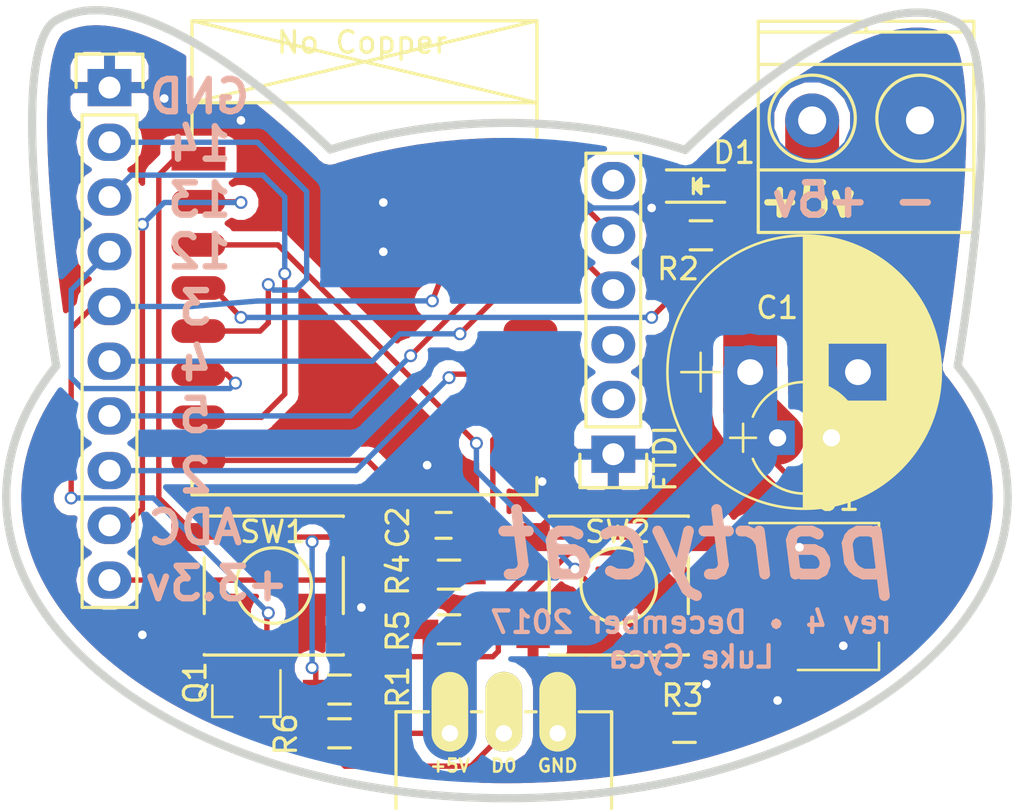
<source format=kicad_pcb>
(kicad_pcb (version 20171130) (host pcbnew "(5.0.1-3-g963ef8bb5)")
  (layers (0 F.Cu signal) (31 B.Cu signal) (34 B.Paste user) (35 F.Paste user) (36 B.SilkS user) (37 F.SilkS user) (38 B.Mask user) (39 F.Mask user) (44 Edge.Cuts user))
  (net 0 "")
  (net 1 +5V)
  (net 2 GND)
  (net 3 +3V3)
  (net 4 "Net-(D1-Pad2)")
  (net 5 "Net-(P2-Pad2)")
  (net 6 "Net-(P3-Pad4)")
  (net 7 "Net-(P3-Pad5)")
  (net 8 "Net-(P6-Pad2)")
  (net 9 "Net-(P6-Pad3)")
  (net 10 "Net-(P6-Pad4)")
  (net 11 "Net-(P6-Pad6)")
  (net 12 "Net-(P6-Pad7)")
  (net 13 "Net-(P6-Pad8)")
  (net 14 "Net-(P6-Pad9)")
  (net 15 "Net-(R1-Pad1)")
  (net 16 "Net-(R2-Pad2)")
  (net 17 "Net-(R3-Pad1)")
  (net 18 "Net-(R4-Pad2)")
  (net 19 "Net-(R5-Pad2)")
  (module Capacitors_THT:CP_Radial_D12.5mm_P5.00mm (layer F.Cu) (at 136.144 81.788)
    (fp_text reference C1 (at 1.256 -2.988) (layer F.SilkS))
    (fp_text value CP)
    (pad 1 thru_hole rect (at 0 0) (size 2.4 2.4) (drill 1.2) (layers *.Cu *.Mask) (net 1 +5V))
    (pad 2 thru_hole circle (at 5 0) (size 2.4 2.4) (drill 1.2) (layers *.Cu *.Mask) (net 2 GND))
  )
  (module Capacitors_SMD:C_0603_HandSoldering (layer F.Cu) (at 121.92 88.9)
    (fp_text reference C2 (at -2.12 0.1 90) (layer F.SilkS))
    (fp_text value C_Small)
    (pad 1 smd rect (at -0.95 0) (size 1.2 0.75) (layers F.Cu F.Paste F.Mask) (net 3 +3V3))
    (pad 2 smd rect (at 0.95 0) (size 1.2 0.75) (layers F.Cu F.Paste F.Mask) (net 2 GND))
  )
  (module Capacitors_THT:CP_Radial_D5.0mm_P2.50mm (layer F.Cu) (at 137.414 84.836)
    (fp_text reference C3 hide)
    (fp_text value CP)
    (pad 1 thru_hole rect (at 0 0) (size 1.6 1.6) (drill 0.8) (layers *.Cu *.Mask) (net 1 +5V))
    (pad 2 thru_hole circle (at 2.5 0) (size 1.6 1.6) (drill 0.8) (layers *.Cu *.Mask) (net 2 GND))
  )
  (module LEDs:LED_0805 (layer F.Cu) (at 133.858 73.152)
    (fp_text reference D1 (at 1.542 -1.552) (layer F.SilkS))
    (fp_text value LED)
    (pad 2 smd rect (at 1.04902 0 180) (size 1.19888 1.19888) (layers F.Cu F.Paste F.Mask) (net 4 "Net-(D1-Pad2)"))
    (pad 1 smd rect (at -1.04902 0 180) (size 1.19888 1.19888) (layers F.Cu F.Paste F.Mask) (net 2 GND))
  )
  (module Terminal_Blocks:TerminalBlock_Pheonix_MKDS1.5-2pol (layer F.Cu) (at 144.018 70.104 180)
    (fp_text reference P1 hide)
    (fp_text value CONN_01X02)
    (pad 1 thru_hole rect (at 0 0 180) (size 2.5 2.5) (drill 1.3) (layers *.Cu *.Mask) (net 2 GND))
    (pad 2 thru_hole circle (at 5 0 180) (size 2.5 2.5) (drill 1.3) (layers *.Cu *.Mask) (net 1 +5V))
  )
  (module WS2812:WS2812_Strip (layer F.Cu) (at 124.714 98.552)
    (fp_text reference P2 hide)
    (fp_text value CONN_01X03)
    (fp_text user GND (at 2.5 1.5) (layer F.SilkS) (effects (font (size 0.6 0.6) (thickness 0.12))))
    (fp_text user D0 (at 0 1.5) (layer F.SilkS) (effects (font (size 0.6 0.6) (thickness 0.12))))
    (fp_text user +5V (at -2.5 1.5) (layer F.SilkS) (effects (font (size 0.6 0.6) (thickness 0.12))))
    (pad 1 thru_hole oval (at 2.5 0) (size 1.7 3.7) (drill 0.762 (offset 0 -1)) (layers *.Cu *.Mask F.SilkS) (net 2 GND))
    (pad 2 thru_hole oval (at 0 0) (size 1.7 3.7) (drill 0.762 (offset 0 -1)) (layers *.Cu *.Mask F.SilkS) (net 5 "Net-(P2-Pad2)"))
    (pad 3 thru_hole oval (at -2.5 0) (size 1.7 3.7) (drill 0.762 (offset 0 -1)) (layers *.Cu *.Mask F.SilkS) (net 1 +5V))
  )
  (module Pin_Headers:Pin_Header_Straight_1x06 (layer F.Cu) (at 129.794 85.598 180)
    (fp_text reference FTDI (at -2.406 -0.202 270) (layer F.SilkS))
    (fp_text value CONN_01X06)
    (pad 1 thru_hole rect (at 0 0 180) (size 2.032 1.7272) (drill 1.016) (layers *.Cu *.Mask) (net 2 GND))
    (pad 2 thru_hole oval (at 0 2.54 180) (size 2.032 1.7272) (drill 1.016) (layers *.Cu *.Mask))
    (pad 3 thru_hole oval (at 0 5.08 180) (size 2.032 1.7272) (drill 1.016) (layers *.Cu *.Mask))
    (pad 4 thru_hole oval (at 0 7.62 180) (size 2.032 1.7272) (drill 1.016) (layers *.Cu *.Mask) (net 6 "Net-(P3-Pad4)"))
    (pad 5 thru_hole oval (at 0 10.16 180) (size 2.032 1.7272) (drill 1.016) (layers *.Cu *.Mask) (net 7 "Net-(P3-Pad5)"))
    (pad 6 thru_hole oval (at 0 12.7 180) (size 2.032 1.7272) (drill 1.016) (layers *.Cu *.Mask))
  )
  (module Pin_Headers:Pin_Header_Straight_1x10 (layer F.Cu) (at 106.426 68.58)
    (fp_text reference P6 hide)
    (fp_text value CONN_01X10)
    (pad 1 thru_hole rect (at 0 0) (size 2.032 1.7272) (drill 1.016) (layers *.Cu *.Mask) (net 2 GND))
    (pad 2 thru_hole oval (at 0 2.54) (size 2.032 1.7272) (drill 1.016) (layers *.Cu *.Mask) (net 8 "Net-(P6-Pad2)"))
    (pad 3 thru_hole oval (at 0 5.08) (size 2.032 1.7272) (drill 1.016) (layers *.Cu *.Mask) (net 9 "Net-(P6-Pad3)"))
    (pad 4 thru_hole oval (at 0 7.62) (size 2.032 1.7272) (drill 1.016) (layers *.Cu *.Mask) (net 10 "Net-(P6-Pad4)"))
    (pad 5 thru_hole oval (at 0 10.16) (size 2.032 1.7272) (drill 1.016) (layers *.Cu *.Mask) (net 6 "Net-(P3-Pad4)"))
    (pad 6 thru_hole oval (at 0 12.7) (size 2.032 1.7272) (drill 1.016) (layers *.Cu *.Mask) (net 11 "Net-(P6-Pad6)"))
    (pad 7 thru_hole oval (at 0 15.24) (size 2.032 1.7272) (drill 1.016) (layers *.Cu *.Mask) (net 12 "Net-(P6-Pad7)"))
    (pad 8 thru_hole oval (at 0 17.78) (size 2.032 1.7272) (drill 1.016) (layers *.Cu *.Mask) (net 13 "Net-(P6-Pad8)"))
    (pad 9 thru_hole oval (at 0 20.32) (size 2.032 1.7272) (drill 1.016) (layers *.Cu *.Mask) (net 14 "Net-(P6-Pad9)"))
    (pad 10 thru_hole oval (at 0 22.86) (size 2.032 1.7272) (drill 1.016) (layers *.Cu *.Mask) (net 3 +3V3))
  )
  (module TO_SOT_Packages_SMD:SOT-23 (layer F.Cu) (at 112.776 97.028 270)
    (fp_text reference Q1 (at -0.828 2.376 270) (layer F.SilkS))
    (fp_text value BSS138)
    (pad 1 smd rect (at -1 -0.95 270) (size 0.9 0.8) (layers F.Cu F.Paste F.Mask) (net 6 "Net-(P3-Pad4)"))
    (pad 2 smd rect (at -1 0.95 270) (size 0.9 0.8) (layers F.Cu F.Paste F.Mask) (net 2 GND))
    (pad 3 smd rect (at 1 0 270) (size 0.9 0.8) (layers F.Cu F.Paste F.Mask) (net 5 "Net-(P2-Pad2)"))
  )
  (module Resistors_SMD:R_0603_HandSoldering (layer F.Cu) (at 117.094 96.52)
    (fp_text reference R1 (at 2.706 -0.12 90) (layer F.SilkS))
    (fp_text value 10k)
    (pad 1 smd rect (at -1.1 0) (size 1.2 0.9) (layers F.Cu F.Paste F.Mask) (net 15 "Net-(R1-Pad1)"))
    (pad 2 smd rect (at 1.1 0) (size 1.2 0.9) (layers F.Cu F.Paste F.Mask) (net 3 +3V3))
  )
  (module Resistors_SMD:R_0603_HandSoldering (layer F.Cu) (at 133.858 75.438 180)
    (fp_text reference R2 (at 1.058 -1.562 180) (layer F.SilkS))
    (fp_text value 330)
    (pad 1 smd rect (at -1.1 0 180) (size 1.2 0.9) (layers F.Cu F.Paste F.Mask) (net 4 "Net-(D1-Pad2)"))
    (pad 2 smd rect (at 1.1 0 180) (size 1.2 0.9) (layers F.Cu F.Paste F.Mask) (net 16 "Net-(R2-Pad2)"))
  )
  (module Resistors_SMD:R_0603_HandSoldering (layer F.Cu) (at 133.096 98.298)
    (fp_text reference R3 (at -0.096 -1.498) (layer F.SilkS))
    (fp_text value 10k)
    (pad 1 smd rect (at -1.1 0) (size 1.2 0.9) (layers F.Cu F.Paste F.Mask) (net 17 "Net-(R3-Pad1)"))
    (pad 2 smd rect (at 1.1 0) (size 1.2 0.9) (layers F.Cu F.Paste F.Mask) (net 3 +3V3))
  )
  (module Resistors_SMD:R_0603_HandSoldering (layer F.Cu) (at 122.174 91.186)
    (fp_text reference R4 (at -2.374 0.014 90) (layer F.SilkS))
    (fp_text value 10k)
    (pad 1 smd rect (at -1.1 0) (size 1.2 0.9) (layers F.Cu F.Paste F.Mask) (net 2 GND))
    (pad 2 smd rect (at 1.1 0) (size 1.2 0.9) (layers F.Cu F.Paste F.Mask) (net 18 "Net-(R4-Pad2)"))
  )
  (module Resistors_SMD:R_0603_HandSoldering (layer F.Cu) (at 122.174 93.726)
    (fp_text reference R5 (at -2.374 0.074 90) (layer F.SilkS))
    (fp_text value 10k)
    (pad 1 smd rect (at -1.1 0) (size 1.2 0.9) (layers F.Cu F.Paste F.Mask) (net 3 +3V3))
    (pad 2 smd rect (at 1.1 0) (size 1.2 0.9) (layers F.Cu F.Paste F.Mask) (net 19 "Net-(R5-Pad2)"))
  )
  (module Resistors_SMD:R_0603_HandSoldering (layer F.Cu) (at 117.094 98.552)
    (fp_text reference R6 (at -2.494 0.048 90) (layer F.SilkS))
    (fp_text value 4.7k)
    (pad 1 smd rect (at -1.1 0) (size 1.2 0.9) (layers F.Cu F.Paste F.Mask) (net 5 "Net-(P2-Pad2)"))
    (pad 2 smd rect (at 1.1 0) (size 1.2 0.9) (layers F.Cu F.Paste F.Mask) (net 1 +5V))
  )
  (module Buttons_Switches_SMD:SW_SPST_PTS645 (layer F.Cu) (at 114.046 91.694 180)
    (fp_text reference SW1 (at 0.046 2.494 180) (layer F.SilkS))
    (fp_text value SW_PUSH)
    (pad 2 smd rect (at -3.975 2.25 180) (size 1.55 1.3) (layers F.Cu F.Paste F.Mask) (net 15 "Net-(R1-Pad1)"))
    (pad 1 smd rect (at -3.975 -2.25 180) (size 1.55 1.3) (layers F.Cu F.Paste F.Mask) (net 2 GND))
    (pad 1 smd rect (at 3.975 -2.25 180) (size 1.55 1.3) (layers F.Cu F.Paste F.Mask) (net 2 GND))
    (pad 2 smd rect (at 3.975 2.25 180) (size 1.55 1.3) (layers F.Cu F.Paste F.Mask) (net 15 "Net-(R1-Pad1)"))
  )
  (module Buttons_Switches_SMD:SW_SPST_PTS645 (layer F.Cu) (at 130.048 91.694 180)
    (fp_text reference SW2 (at 0.048 2.494 180) (layer F.SilkS))
    (fp_text value SW_PUSH)
    (pad 2 smd rect (at -3.975 2.25 180) (size 1.55 1.3) (layers F.Cu F.Paste F.Mask) (net 19 "Net-(R5-Pad2)"))
    (pad 1 smd rect (at -3.975 -2.25 180) (size 1.55 1.3) (layers F.Cu F.Paste F.Mask) (net 2 GND))
    (pad 1 smd rect (at 3.975 -2.25 180) (size 1.55 1.3) (layers F.Cu F.Paste F.Mask) (net 2 GND))
    (pad 2 smd rect (at 3.975 2.25 180) (size 1.55 1.3) (layers F.Cu F.Paste F.Mask) (net 19 "Net-(R5-Pad2)"))
  )
  (module TO_SOT_Packages_SMD:SOT-223 (layer F.Cu) (at 140.208 92.202)
    (fp_text reference U1 (at 0 -4.5) (layer F.SilkS))
    (fp_text value AP1117)
    (pad 4 smd rect (at 3.15 0) (size 2 3.8) (layers F.Cu F.Paste F.Mask))
    (pad 2 smd rect (at -3.15 0) (size 2 1.5) (layers F.Cu F.Paste F.Mask) (net 3 +3V3))
    (pad 3 smd rect (at -3.15 2.3) (size 2 1.5) (layers F.Cu F.Paste F.Mask) (net 1 +5V))
    (pad 1 smd rect (at -3.15 -2.3) (size 2 1.5) (layers F.Cu F.Paste F.Mask) (net 2 GND))
  )
  (module ESP8266:ESP-07v2-smd (layer F.Cu) (at 111.252 71.882)
    (fp_text reference U2 hide)
    (fp_text value ESP-12)
    (fp_text user "No Copper" (at 6.892 -5.4) (layer F.SilkS))
    (pad 1 smd rect (at 0 0) (size 2.5 1.1) (drill (offset -0.7 0)) (layers F.Cu F.Paste F.Mask) (net 15 "Net-(R1-Pad1)"))
    (pad 2 smd oval (at 0 2) (size 2.5 1.1) (drill (offset -0.7 0)) (layers F.Cu F.Paste F.Mask) (net 14 "Net-(P6-Pad9)"))
    (pad 3 smd oval (at 0 4) (size 2.5 1.1) (drill (offset -0.7 0)) (layers F.Cu F.Paste F.Mask) (net 17 "Net-(R3-Pad1)"))
    (pad 4 smd oval (at 0 6) (size 2.5 1.1) (drill (offset -0.7 0)) (layers F.Cu F.Paste F.Mask) (net 16 "Net-(R2-Pad2)"))
    (pad 5 smd oval (at 0 8) (size 2.5 1.1) (drill (offset -0.7 0)) (layers F.Cu F.Paste F.Mask) (net 8 "Net-(P6-Pad2)"))
    (pad 6 smd oval (at 0 10) (size 2.5 1.1) (drill (offset -0.7 0)) (layers F.Cu F.Paste F.Mask) (net 10 "Net-(P6-Pad4)"))
    (pad 7 smd oval (at 0 12) (size 2.5 1.1) (drill (offset -0.7 0)) (layers F.Cu F.Paste F.Mask) (net 9 "Net-(P6-Pad3)"))
    (pad 8 smd oval (at 0 14) (size 2.5 1.1) (drill (offset -0.7 0)) (layers F.Cu F.Paste F.Mask) (net 3 +3V3))
    (pad 9 smd oval (at 14 14) (size 2.5 1.1) (drill (offset 0.7 0)) (layers F.Cu F.Paste F.Mask) (net 2 GND))
    (pad 10 smd oval (at 14 12) (size 2.5 1.1) (drill (offset 0.6 0)) (layers F.Cu F.Paste F.Mask) (net 18 "Net-(R4-Pad2)"))
    (pad 11 smd oval (at 14 10) (size 2.5 1.1) (drill (offset 0.7 0)) (layers F.Cu F.Paste F.Mask) (net 13 "Net-(P6-Pad8)"))
    (pad 12 smd oval (at 14 8) (size 2.5 1.1) (drill (offset 0.7 0)) (layers F.Cu F.Paste F.Mask) (net 19 "Net-(R5-Pad2)"))
    (pad 13 smd oval (at 14 6) (size 2.5 1.1) (drill (offset 0.7 0)) (layers F.Cu F.Paste F.Mask) (net 11 "Net-(P6-Pad6)"))
    (pad 14 smd oval (at 14 4) (size 2.5 1.1) (drill (offset 0.7 0)) (layers F.Cu F.Paste F.Mask) (net 12 "Net-(P6-Pad7)"))
    (pad 15 smd oval (at 14 2) (size 2.5 1.1) (drill (offset 0.7 0)) (layers F.Cu F.Paste F.Mask) (net 6 "Net-(P3-Pad4)"))
    (pad 16 smd oval (at 14 0) (size 2.5 1.1) (drill (offset 0.7 0)) (layers F.Cu F.Paste F.Mask) (net 7 "Net-(P3-Pad5)"))
  )
  (gr_text "rev 4 • December 2017\nLuke Cyca" (at 133.4 94.2) (layer B.SilkS) (effects (font (size 1 1) (thickness 0.2)) (justify mirror)))
  (gr_text partycat (at 133.8 89.8) (layer B.SilkS) (effects (font (size 3 3) (thickness 0.5) italic) (justify mirror)))
  (gr_text ADC (at 110.4 89) (layer B.SilkS) (effects (font (size 1.5 1.5) (thickness 0.3)) (justify mirror)))
  (gr_text 2 (at 110.4 86.6) (layer B.SilkS) (effects (font (size 1.5 1.5) (thickness 0.3)) (justify mirror)))
  (gr_text 5 (at 110.4 83.8) (layer B.SilkS) (effects (font (size 1.5 1.5) (thickness 0.3)) (justify mirror)))
  (gr_text 4 (at 110.4 81.4) (layer B.SilkS) (effects (font (size 1.5 1.5) (thickness 0.3)) (justify mirror)))
  (gr_text 3 (at 110.4 78.8) (layer B.SilkS) (effects (font (size 1.5 1.5) (thickness 0.3)) (justify mirror)))
  (gr_text 12 (at 110.6 76.2) (layer B.SilkS) (effects (font (size 1.5 1.5) (thickness 0.3)) (justify mirror)))
  (gr_text 13 (at 110.6 73.8) (layer B.SilkS) (effects (font (size 1.5 1.5) (thickness 0.3)) (justify mirror)))
  (gr_text +3.3v (at 111.4 91.6) (layer B.SilkS) (effects (font (size 1.5 1.5) (thickness 0.3)) (justify mirror)))
  (gr_text 14 (at 110.6 71.2) (layer B.SilkS) (effects (font (size 1.5 1.5) (thickness 0.3)) (justify mirror)))
  (gr_text GND (at 110.6 69) (layer B.SilkS) (effects (font (size 1.5 1.5) (thickness 0.3)) (justify mirror)))
  (gr_text - (at 143.8 73.8) (layer B.SilkS) (effects (font (size 1.5 1.5) (thickness 0.3)) (justify mirror)))
  (gr_text +5v (at 139.4 73.8) (layer B.SilkS) (effects (font (size 1.5 1.5) (thickness 0.3)) (justify mirror)))
  (gr_text - (at 143.8 73.8) (layer F.SilkS) (effects (font (size 1.5 1.5) (thickness 0.3))))
  (gr_text +5v (at 138.8 73.8) (layer F.SilkS) (effects (font (size 1.5 1.5) (thickness 0.3))))
  (gr_line (start 145.76806 81.50352) (end 145.7706 81.48574) (angle 90) (layer Edge.Cuts) (width 0.381))
  (gr_line (start 145.7706 81.48574) (end 145.78076 81.43494) (angle 90) (layer Edge.Cuts) (width 0.381))
  (gr_line (start 145.78076 81.43494) (end 145.79346 81.34858) (angle 90) (layer Edge.Cuts) (width 0.381))
  (gr_line (start 145.79346 81.34858) (end 145.81124 81.24444) (angle 90) (layer Edge.Cuts) (width 0.381))
  (gr_line (start 145.81124 81.24444) (end 145.83156 81.12506) (angle 90) (layer Edge.Cuts) (width 0.381))
  (gr_line (start 145.83156 81.12506) (end 145.85188 80.99044) (angle 90) (layer Edge.Cuts) (width 0.381))
  (gr_line (start 145.85188 80.99044) (end 145.87474 80.84058) (angle 90) (layer Edge.Cuts) (width 0.381))
  (gr_line (start 145.87474 80.84058) (end 145.90014 80.67548) (angle 90) (layer Edge.Cuts) (width 0.381))
  (gr_line (start 145.90014 80.67548) (end 145.92808 80.50022) (angle 90) (layer Edge.Cuts) (width 0.381))
  (gr_line (start 145.92808 80.50022) (end 145.95856 80.30718) (angle 90) (layer Edge.Cuts) (width 0.381))
  (gr_line (start 145.95856 80.30718) (end 145.98904 80.10398) (angle 90) (layer Edge.Cuts) (width 0.381))
  (gr_line (start 145.98904 80.10398) (end 146.01952 79.89062) (angle 90) (layer Edge.Cuts) (width 0.381))
  (gr_line (start 146.01952 79.89062) (end 146.05254 79.66202) (angle 90) (layer Edge.Cuts) (width 0.381))
  (gr_line (start 146.05254 79.66202) (end 146.0881 79.4258) (angle 90) (layer Edge.Cuts) (width 0.381))
  (gr_line (start 146.0881 79.4258) (end 146.12366 79.17688) (angle 90) (layer Edge.Cuts) (width 0.381))
  (gr_line (start 146.12366 79.17688) (end 146.15922 78.92034) (angle 90) (layer Edge.Cuts) (width 0.381))
  (gr_line (start 146.15922 78.92034) (end 146.19478 78.6511) (angle 90) (layer Edge.Cuts) (width 0.381))
  (gr_line (start 146.19478 78.6511) (end 146.23288 78.37678) (angle 90) (layer Edge.Cuts) (width 0.381))
  (gr_line (start 146.23288 78.37678) (end 146.26844 78.0923) (angle 90) (layer Edge.Cuts) (width 0.381))
  (gr_line (start 146.26844 78.0923) (end 146.30654 77.8002) (angle 90) (layer Edge.Cuts) (width 0.381))
  (gr_line (start 146.30654 77.8002) (end 146.34464 77.50048) (angle 90) (layer Edge.Cuts) (width 0.381))
  (gr_line (start 146.34464 77.50048) (end 146.3802 77.19314) (angle 90) (layer Edge.Cuts) (width 0.381))
  (gr_line (start 146.3802 77.19314) (end 146.4183 76.88326) (angle 90) (layer Edge.Cuts) (width 0.381))
  (gr_line (start 146.4183 76.88326) (end 146.45386 76.56576) (angle 90) (layer Edge.Cuts) (width 0.381))
  (gr_line (start 146.45386 76.56576) (end 146.49196 76.24318) (angle 90) (layer Edge.Cuts) (width 0.381))
  (gr_line (start 146.49196 76.24318) (end 146.52498 75.91552) (angle 90) (layer Edge.Cuts) (width 0.381))
  (gr_line (start 146.52498 75.91552) (end 146.56054 75.58532) (angle 90) (layer Edge.Cuts) (width 0.381))
  (gr_line (start 146.56054 75.58532) (end 146.59356 75.25258) (angle 90) (layer Edge.Cuts) (width 0.381))
  (gr_line (start 146.59356 75.25258) (end 146.62658 74.91476) (angle 90) (layer Edge.Cuts) (width 0.381))
  (gr_line (start 146.62658 74.91476) (end 146.65706 74.57694) (angle 90) (layer Edge.Cuts) (width 0.381))
  (gr_line (start 146.65706 74.57694) (end 146.68754 74.23658) (angle 90) (layer Edge.Cuts) (width 0.381))
  (gr_line (start 146.68754 74.23658) (end 146.71548 73.89368) (angle 90) (layer Edge.Cuts) (width 0.381))
  (gr_line (start 146.71548 73.89368) (end 146.74088 73.55078) (angle 90) (layer Edge.Cuts) (width 0.381))
  (gr_line (start 146.74088 73.55078) (end 146.76374 73.20788) (angle 90) (layer Edge.Cuts) (width 0.381))
  (gr_line (start 146.76374 73.20788) (end 146.7866 72.86752) (angle 90) (layer Edge.Cuts) (width 0.381))
  (gr_line (start 146.7866 72.86752) (end 146.80692 72.52716) (angle 90) (layer Edge.Cuts) (width 0.381))
  (gr_line (start 146.80692 72.52716) (end 146.8247 72.1868) (angle 90) (layer Edge.Cuts) (width 0.381))
  (gr_line (start 146.8247 72.1868) (end 146.8374 71.84898) (angle 90) (layer Edge.Cuts) (width 0.381))
  (gr_line (start 146.8374 71.84898) (end 146.8501 71.51624) (angle 90) (layer Edge.Cuts) (width 0.381))
  (gr_line (start 146.8501 71.51624) (end 146.86026 71.1835) (angle 90) (layer Edge.Cuts) (width 0.381))
  (gr_line (start 146.86026 71.1835) (end 146.86788 70.85838) (angle 90) (layer Edge.Cuts) (width 0.381))
  (gr_line (start 146.86788 70.85838) (end 146.87042 70.53326) (angle 90) (layer Edge.Cuts) (width 0.381))
  (gr_line (start 146.87042 70.53326) (end 146.87042 70.21576) (angle 90) (layer Edge.Cuts) (width 0.381))
  (gr_line (start 146.87042 70.21576) (end 146.86788 69.90334) (angle 90) (layer Edge.Cuts) (width 0.381))
  (gr_line (start 146.86788 69.90334) (end 146.86026 69.596) (angle 90) (layer Edge.Cuts) (width 0.381))
  (gr_line (start 146.86026 69.596) (end 146.8501 69.29628) (angle 90) (layer Edge.Cuts) (width 0.381))
  (gr_line (start 146.8501 69.29628) (end 146.83486 69.00418) (angle 90) (layer Edge.Cuts) (width 0.381))
  (gr_line (start 146.83486 69.00418) (end 146.81708 68.71716) (angle 90) (layer Edge.Cuts) (width 0.381))
  (gr_line (start 146.81708 68.71716) (end 146.79422 68.4403) (angle 90) (layer Edge.Cuts) (width 0.381))
  (gr_line (start 146.79422 68.4403) (end 146.76882 68.17106) (angle 90) (layer Edge.Cuts) (width 0.381))
  (gr_line (start 146.76882 68.17106) (end 146.7358 67.91198) (angle 90) (layer Edge.Cuts) (width 0.381))
  (gr_line (start 146.7358 67.91198) (end 146.70024 67.66306) (angle 90) (layer Edge.Cuts) (width 0.381))
  (gr_line (start 146.70024 67.66306) (end 146.6596 67.42176) (angle 90) (layer Edge.Cuts) (width 0.381))
  (gr_line (start 146.6596 67.42176) (end 146.61642 67.1957) (angle 90) (layer Edge.Cuts) (width 0.381))
  (gr_line (start 146.61642 67.1957) (end 146.56562 66.97726) (angle 90) (layer Edge.Cuts) (width 0.381))
  (gr_line (start 146.56562 66.97726) (end 146.50974 66.77152) (angle 90) (layer Edge.Cuts) (width 0.381))
  (gr_line (start 146.50974 66.77152) (end 146.44878 66.58102) (angle 90) (layer Edge.Cuts) (width 0.381))
  (gr_line (start 146.44878 66.58102) (end 146.38274 66.40068) (angle 90) (layer Edge.Cuts) (width 0.381))
  (gr_line (start 146.38274 66.40068) (end 146.30908 66.23558) (angle 90) (layer Edge.Cuts) (width 0.381))
  (gr_line (start 146.30908 66.23558) (end 146.23034 66.08318) (angle 90) (layer Edge.Cuts) (width 0.381))
  (gr_line (start 146.23034 66.08318) (end 146.14652 65.94602) (angle 90) (layer Edge.Cuts) (width 0.381))
  (gr_line (start 146.14652 65.94602) (end 146.05762 65.8241) (angle 90) (layer Edge.Cuts) (width 0.381))
  (gr_line (start 146.05762 65.8241) (end 145.9611 65.71742) (angle 90) (layer Edge.Cuts) (width 0.381))
  (gr_line (start 145.9611 65.71742) (end 145.8595 65.62852) (angle 90) (layer Edge.Cuts) (width 0.381))
  (gr_line (start 145.8595 65.62852) (end 145.77822 65.57264) (angle 90) (layer Edge.Cuts) (width 0.381))
  (gr_line (start 145.77822 65.57264) (end 145.75028 65.55486) (angle 90) (layer Edge.Cuts) (width 0.381))
  (gr_line (start 145.75028 65.55486) (end 145.70202 65.52946) (angle 90) (layer Edge.Cuts) (width 0.381))
  (gr_line (start 145.70202 65.52946) (end 145.5547 65.45326) (angle 90) (layer Edge.Cuts) (width 0.381))
  (gr_line (start 145.5547 65.45326) (end 145.35404 65.36436) (angle 90) (layer Edge.Cuts) (width 0.381))
  (gr_line (start 145.35404 65.36436) (end 145.1483 65.28816) (angle 90) (layer Edge.Cuts) (width 0.381))
  (gr_line (start 145.1483 65.28816) (end 144.93748 65.22466) (angle 90) (layer Edge.Cuts) (width 0.381))
  (gr_line (start 144.93748 65.22466) (end 144.72412 65.1764) (angle 90) (layer Edge.Cuts) (width 0.381))
  (gr_line (start 144.72412 65.1764) (end 144.50568 65.1383) (angle 90) (layer Edge.Cuts) (width 0.381))
  (gr_line (start 144.50568 65.1383) (end 144.2847 65.1129) (angle 90) (layer Edge.Cuts) (width 0.381))
  (gr_line (start 144.2847 65.1129) (end 144.06118 65.1002) (angle 90) (layer Edge.Cuts) (width 0.381))
  (gr_line (start 144.06118 65.1002) (end 143.83258 65.09766) (angle 90) (layer Edge.Cuts) (width 0.381))
  (gr_line (start 143.83258 65.09766) (end 143.60144 65.10528) (angle 90) (layer Edge.Cuts) (width 0.381))
  (gr_line (start 143.60144 65.10528) (end 143.36522 65.1256) (angle 90) (layer Edge.Cuts) (width 0.381))
  (gr_line (start 143.36522 65.1256) (end 143.129 65.15354) (angle 90) (layer Edge.Cuts) (width 0.381))
  (gr_line (start 143.129 65.15354) (end 142.89024 65.19164) (angle 90) (layer Edge.Cuts) (width 0.381))
  (gr_line (start 142.89024 65.19164) (end 142.64894 65.24244) (angle 90) (layer Edge.Cuts) (width 0.381))
  (gr_line (start 142.64894 65.24244) (end 142.40764 65.29832) (angle 90) (layer Edge.Cuts) (width 0.381))
  (gr_line (start 142.40764 65.29832) (end 142.16126 65.36436) (angle 90) (layer Edge.Cuts) (width 0.381))
  (gr_line (start 142.16126 65.36436) (end 141.91742 65.44056) (angle 90) (layer Edge.Cuts) (width 0.381))
  (gr_line (start 141.91742 65.44056) (end 141.6685 65.52184) (angle 90) (layer Edge.Cuts) (width 0.381))
  (gr_line (start 141.6685 65.52184) (end 141.42212 65.61328) (angle 90) (layer Edge.Cuts) (width 0.381))
  (gr_line (start 141.42212 65.61328) (end 141.1732 65.7098) (angle 90) (layer Edge.Cuts) (width 0.381))
  (gr_line (start 141.1732 65.7098) (end 140.92428 65.81394) (angle 90) (layer Edge.Cuts) (width 0.381))
  (gr_line (start 140.92428 65.81394) (end 140.67536 65.9257) (angle 90) (layer Edge.Cuts) (width 0.381))
  (gr_line (start 140.67536 65.9257) (end 140.42644 66.04254) (angle 90) (layer Edge.Cuts) (width 0.381))
  (gr_line (start 140.42644 66.04254) (end 140.17752 66.16446) (angle 90) (layer Edge.Cuts) (width 0.381))
  (gr_line (start 140.17752 66.16446) (end 139.9286 66.29146) (angle 90) (layer Edge.Cuts) (width 0.381))
  (gr_line (start 139.9286 66.29146) (end 139.67968 66.42608) (angle 90) (layer Edge.Cuts) (width 0.381))
  (gr_line (start 139.67968 66.42608) (end 139.4333 66.56324) (angle 90) (layer Edge.Cuts) (width 0.381))
  (gr_line (start 139.4333 66.56324) (end 139.18946 66.70294) (angle 90) (layer Edge.Cuts) (width 0.381))
  (gr_line (start 139.18946 66.70294) (end 138.94562 66.85026) (angle 90) (layer Edge.Cuts) (width 0.381))
  (gr_line (start 138.94562 66.85026) (end 138.70178 66.99758) (angle 90) (layer Edge.Cuts) (width 0.381))
  (gr_line (start 138.70178 66.99758) (end 138.46302 67.14998) (angle 90) (layer Edge.Cuts) (width 0.381))
  (gr_line (start 138.46302 67.14998) (end 138.22426 67.30492) (angle 90) (layer Edge.Cuts) (width 0.381))
  (gr_line (start 138.22426 67.30492) (end 137.98804 67.4624) (angle 90) (layer Edge.Cuts) (width 0.381))
  (gr_line (start 137.98804 67.4624) (end 137.75436 67.62242) (angle 90) (layer Edge.Cuts) (width 0.381))
  (gr_line (start 137.75436 67.62242) (end 137.52322 67.78244) (angle 90) (layer Edge.Cuts) (width 0.381))
  (gr_line (start 137.52322 67.78244) (end 137.29716 67.945) (angle 90) (layer Edge.Cuts) (width 0.381))
  (gr_line (start 137.29716 67.945) (end 137.0711 68.10756) (angle 90) (layer Edge.Cuts) (width 0.381))
  (gr_line (start 137.0711 68.10756) (end 136.85012 68.27012) (angle 90) (layer Edge.Cuts) (width 0.381))
  (gr_line (start 136.85012 68.27012) (end 136.63422 68.43522) (angle 90) (layer Edge.Cuts) (width 0.381))
  (gr_line (start 136.63422 68.43522) (end 136.42086 68.59778) (angle 90) (layer Edge.Cuts) (width 0.381))
  (gr_line (start 136.42086 68.59778) (end 136.21258 68.76034) (angle 90) (layer Edge.Cuts) (width 0.381))
  (gr_line (start 136.21258 68.76034) (end 136.00938 68.9229) (angle 90) (layer Edge.Cuts) (width 0.381))
  (gr_line (start 136.00938 68.9229) (end 135.80872 69.08292) (angle 90) (layer Edge.Cuts) (width 0.381))
  (gr_line (start 135.80872 69.08292) (end 135.61568 69.2404) (angle 90) (layer Edge.Cuts) (width 0.381))
  (gr_line (start 135.61568 69.2404) (end 135.42518 69.39788) (angle 90) (layer Edge.Cuts) (width 0.381))
  (gr_line (start 135.42518 69.39788) (end 135.2423 69.55282) (angle 90) (layer Edge.Cuts) (width 0.381))
  (gr_line (start 135.2423 69.55282) (end 135.0645 69.70268) (angle 90) (layer Edge.Cuts) (width 0.381))
  (gr_line (start 135.0645 69.70268) (end 134.89178 69.85) (angle 90) (layer Edge.Cuts) (width 0.381))
  (gr_line (start 134.89178 69.85) (end 134.72668 69.99478) (angle 90) (layer Edge.Cuts) (width 0.381))
  (gr_line (start 134.72668 69.99478) (end 134.56666 70.13702) (angle 90) (layer Edge.Cuts) (width 0.381))
  (gr_line (start 134.56666 70.13702) (end 134.41172 70.27164) (angle 90) (layer Edge.Cuts) (width 0.381))
  (gr_line (start 134.41172 70.27164) (end 134.26694 70.40372) (angle 90) (layer Edge.Cuts) (width 0.381))
  (gr_line (start 134.26694 70.40372) (end 134.12724 70.53072) (angle 90) (layer Edge.Cuts) (width 0.381))
  (gr_line (start 134.12724 70.53072) (end 133.99516 70.6501) (angle 90) (layer Edge.Cuts) (width 0.381))
  (gr_line (start 133.99516 70.6501) (end 133.8707 70.76694) (angle 90) (layer Edge.Cuts) (width 0.381))
  (gr_line (start 133.8707 70.76694) (end 133.75386 70.87362) (angle 90) (layer Edge.Cuts) (width 0.381))
  (gr_line (start 133.75386 70.87362) (end 133.64464 70.97776) (angle 90) (layer Edge.Cuts) (width 0.381))
  (gr_line (start 133.64464 70.97776) (end 133.54558 71.07174) (angle 90) (layer Edge.Cuts) (width 0.381))
  (gr_line (start 133.54558 71.07174) (end 133.4516 71.16064) (angle 90) (layer Edge.Cuts) (width 0.381))
  (gr_line (start 133.4516 71.16064) (end 133.36778 71.24192) (angle 90) (layer Edge.Cuts) (width 0.381))
  (gr_line (start 133.36778 71.24192) (end 133.29412 71.31304) (angle 90) (layer Edge.Cuts) (width 0.381))
  (gr_line (start 133.29412 71.31304) (end 133.22808 71.37654) (angle 90) (layer Edge.Cuts) (width 0.381))
  (gr_line (start 133.22808 71.37654) (end 133.1722 71.43242) (angle 90) (layer Edge.Cuts) (width 0.381))
  (gr_line (start 133.1722 71.43242) (end 133.13918 71.46544) (angle 90) (layer Edge.Cuts) (width 0.381))
  (gr_line (start 133.13918 71.46544) (end 133.12648 71.47814) (angle 90) (layer Edge.Cuts) (width 0.381))
  (gr_line (start 133.12648 71.47814) (end 132.89026 71.40194) (angle 90) (layer Edge.Cuts) (width 0.381))
  (gr_line (start 132.89026 71.40194) (end 132.17144 71.19112) (angle 90) (layer Edge.Cuts) (width 0.381))
  (gr_line (start 132.17144 71.19112) (end 131.191 70.93966) (angle 90) (layer Edge.Cuts) (width 0.381))
  (gr_line (start 131.191 70.93966) (end 130.1877 70.72376) (angle 90) (layer Edge.Cuts) (width 0.381))
  (gr_line (start 130.1877 70.72376) (end 129.159 70.54596) (angle 90) (layer Edge.Cuts) (width 0.381))
  (gr_line (start 129.159 70.54596) (end 128.11252 70.40372) (angle 90) (layer Edge.Cuts) (width 0.381))
  (gr_line (start 128.11252 70.40372) (end 127.04572 70.30212) (angle 90) (layer Edge.Cuts) (width 0.381))
  (gr_line (start 127.04572 70.30212) (end 125.96114 70.23862) (angle 90) (layer Edge.Cuts) (width 0.381))
  (gr_line (start 125.96114 70.23862) (end 125.13564 70.2183) (angle 90) (layer Edge.Cuts) (width 0.381))
  (gr_line (start 125.13564 70.2183) (end 124.86132 70.2183) (angle 90) (layer Edge.Cuts) (width 0.381))
  (gr_line (start 124.86132 70.2183) (end 124.58954 70.2183) (angle 90) (layer Edge.Cuts) (width 0.381))
  (gr_line (start 124.58954 70.2183) (end 123.77166 70.23862) (angle 90) (layer Edge.Cuts) (width 0.381))
  (gr_line (start 123.77166 70.23862) (end 122.6947 70.29958) (angle 90) (layer Edge.Cuts) (width 0.381))
  (gr_line (start 122.6947 70.29958) (end 121.63806 70.40118) (angle 90) (layer Edge.Cuts) (width 0.381))
  (gr_line (start 121.63806 70.40118) (end 120.5992 70.53834) (angle 90) (layer Edge.Cuts) (width 0.381))
  (gr_line (start 120.5992 70.53834) (end 119.58066 70.71614) (angle 90) (layer Edge.Cuts) (width 0.381))
  (gr_line (start 119.58066 70.71614) (end 118.58498 70.92696) (angle 90) (layer Edge.Cuts) (width 0.381))
  (gr_line (start 118.58498 70.92696) (end 117.61216 71.17588) (angle 90) (layer Edge.Cuts) (width 0.381))
  (gr_line (start 117.61216 71.17588) (end 116.89842 71.38162) (angle 90) (layer Edge.Cuts) (width 0.381))
  (gr_line (start 116.89842 71.38162) (end 116.6622 71.45528) (angle 90) (layer Edge.Cuts) (width 0.381))
  (gr_line (start 116.6622 71.45528) (end 116.6622 71.45528) (angle 90) (layer Edge.Cuts) (width 0.381))
  (gr_line (start 116.6622 71.45528) (end 116.65712 71.4502) (angle 90) (layer Edge.Cuts) (width 0.381))
  (gr_line (start 116.65712 71.4502) (end 116.63934 71.43242) (angle 90) (layer Edge.Cuts) (width 0.381))
  (gr_line (start 116.63934 71.43242) (end 116.60886 71.40194) (angle 90) (layer Edge.Cuts) (width 0.381))
  (gr_line (start 116.60886 71.40194) (end 116.56822 71.3613) (angle 90) (layer Edge.Cuts) (width 0.381))
  (gr_line (start 116.56822 71.3613) (end 116.51742 71.3105) (angle 90) (layer Edge.Cuts) (width 0.381))
  (gr_line (start 116.51742 71.3105) (end 116.45392 71.247) (angle 90) (layer Edge.Cuts) (width 0.381))
  (gr_line (start 116.45392 71.247) (end 116.38026 71.17588) (angle 90) (layer Edge.Cuts) (width 0.381))
  (gr_line (start 116.38026 71.17588) (end 116.29644 71.0946) (angle 90) (layer Edge.Cuts) (width 0.381))
  (gr_line (start 116.29644 71.0946) (end 116.20246 71.0057) (angle 90) (layer Edge.Cuts) (width 0.381))
  (gr_line (start 116.20246 71.0057) (end 116.10086 70.90664) (angle 90) (layer Edge.Cuts) (width 0.381))
  (gr_line (start 116.10086 70.90664) (end 115.98656 70.79996) (angle 90) (layer Edge.Cuts) (width 0.381))
  (gr_line (start 115.98656 70.79996) (end 115.86464 70.6882) (angle 90) (layer Edge.Cuts) (width 0.381))
  (gr_line (start 115.86464 70.6882) (end 115.7351 70.56628) (angle 90) (layer Edge.Cuts) (width 0.381))
  (gr_line (start 115.7351 70.56628) (end 115.5954 70.43928) (angle 90) (layer Edge.Cuts) (width 0.381))
  (gr_line (start 115.5954 70.43928) (end 115.44808 70.30466) (angle 90) (layer Edge.Cuts) (width 0.381))
  (gr_line (start 115.44808 70.30466) (end 115.29314 70.16496) (angle 90) (layer Edge.Cuts) (width 0.381))
  (gr_line (start 115.29314 70.16496) (end 115.13058 70.02018) (angle 90) (layer Edge.Cuts) (width 0.381))
  (gr_line (start 115.13058 70.02018) (end 114.9604 69.87032) (angle 90) (layer Edge.Cuts) (width 0.381))
  (gr_line (start 114.9604 69.87032) (end 114.7826 69.71792) (angle 90) (layer Edge.Cuts) (width 0.381))
  (gr_line (start 114.7826 69.71792) (end 114.59718 69.56044) (angle 90) (layer Edge.Cuts) (width 0.381))
  (gr_line (start 114.59718 69.56044) (end 114.40668 69.39788) (angle 90) (layer Edge.Cuts) (width 0.381))
  (gr_line (start 114.40668 69.39788) (end 114.20856 69.23278) (angle 90) (layer Edge.Cuts) (width 0.381))
  (gr_line (start 114.20856 69.23278) (end 114.00536 69.06514) (angle 90) (layer Edge.Cuts) (width 0.381))
  (gr_line (start 114.00536 69.06514) (end 113.79708 68.89496) (angle 90) (layer Edge.Cuts) (width 0.381))
  (gr_line (start 113.79708 68.89496) (end 113.58372 68.72478) (angle 90) (layer Edge.Cuts) (width 0.381))
  (gr_line (start 113.58372 68.72478) (end 113.36274 68.55206) (angle 90) (layer Edge.Cuts) (width 0.381))
  (gr_line (start 113.36274 68.55206) (end 113.13922 68.37934) (angle 90) (layer Edge.Cuts) (width 0.381))
  (gr_line (start 113.13922 68.37934) (end 112.90808 68.20408) (angle 90) (layer Edge.Cuts) (width 0.381))
  (gr_line (start 112.90808 68.20408) (end 112.6744 68.03136) (angle 90) (layer Edge.Cuts) (width 0.381))
  (gr_line (start 112.6744 68.03136) (end 112.43818 67.85864) (angle 90) (layer Edge.Cuts) (width 0.381))
  (gr_line (start 112.43818 67.85864) (end 112.19688 67.68592) (angle 90) (layer Edge.Cuts) (width 0.381))
  (gr_line (start 112.19688 67.68592) (end 111.9505 67.51574) (angle 90) (layer Edge.Cuts) (width 0.381))
  (gr_line (start 111.9505 67.51574) (end 111.70412 67.34556) (angle 90) (layer Edge.Cuts) (width 0.381))
  (gr_line (start 111.70412 67.34556) (end 111.45266 67.17792) (angle 90) (layer Edge.Cuts) (width 0.381))
  (gr_line (start 111.45266 67.17792) (end 111.19866 67.01536) (angle 90) (layer Edge.Cuts) (width 0.381))
  (gr_line (start 111.19866 67.01536) (end 110.94212 66.85534) (angle 90) (layer Edge.Cuts) (width 0.381))
  (gr_line (start 110.94212 66.85534) (end 110.68558 66.69786) (angle 90) (layer Edge.Cuts) (width 0.381))
  (gr_line (start 110.68558 66.69786) (end 110.42396 66.54292) (angle 90) (layer Edge.Cuts) (width 0.381))
  (gr_line (start 110.42396 66.54292) (end 110.16234 66.3956) (angle 90) (layer Edge.Cuts) (width 0.381))
  (gr_line (start 110.16234 66.3956) (end 109.90072 66.25082) (angle 90) (layer Edge.Cuts) (width 0.381))
  (gr_line (start 109.90072 66.25082) (end 109.63656 66.11366) (angle 90) (layer Edge.Cuts) (width 0.381))
  (gr_line (start 109.63656 66.11366) (end 109.3724 65.97904) (angle 90) (layer Edge.Cuts) (width 0.381))
  (gr_line (start 109.3724 65.97904) (end 109.10824 65.85458) (angle 90) (layer Edge.Cuts) (width 0.381))
  (gr_line (start 109.10824 65.85458) (end 108.84408 65.7352) (angle 90) (layer Edge.Cuts) (width 0.381))
  (gr_line (start 108.84408 65.7352) (end 108.57992 65.62344) (angle 90) (layer Edge.Cuts) (width 0.381))
  (gr_line (start 108.57992 65.62344) (end 108.31576 65.51676) (angle 90) (layer Edge.Cuts) (width 0.381))
  (gr_line (start 108.31576 65.51676) (end 108.0516 65.42024) (angle 90) (layer Edge.Cuts) (width 0.381))
  (gr_line (start 108.0516 65.42024) (end 107.78744 65.33388) (angle 90) (layer Edge.Cuts) (width 0.381))
  (gr_line (start 107.78744 65.33388) (end 107.52836 65.25514) (angle 90) (layer Edge.Cuts) (width 0.381))
  (gr_line (start 107.52836 65.25514) (end 107.26674 65.18402) (angle 90) (layer Edge.Cuts) (width 0.381))
  (gr_line (start 107.26674 65.18402) (end 107.0102 65.1256) (angle 90) (layer Edge.Cuts) (width 0.381))
  (gr_line (start 107.0102 65.1256) (end 106.75366 65.0748) (angle 90) (layer Edge.Cuts) (width 0.381))
  (gr_line (start 106.75366 65.0748) (end 106.5022 65.0367) (angle 90) (layer Edge.Cuts) (width 0.381))
  (gr_line (start 106.5022 65.0367) (end 106.25074 65.00876) (angle 90) (layer Edge.Cuts) (width 0.381))
  (gr_line (start 106.25074 65.00876) (end 106.00182 64.99352) (angle 90) (layer Edge.Cuts) (width 0.381))
  (gr_line (start 106.00182 64.99352) (end 105.75798 64.98844) (angle 90) (layer Edge.Cuts) (width 0.381))
  (gr_line (start 105.75798 64.98844) (end 105.51668 64.9986) (angle 90) (layer Edge.Cuts) (width 0.381))
  (gr_line (start 105.51668 64.9986) (end 105.28046 65.01892) (angle 90) (layer Edge.Cuts) (width 0.381))
  (gr_line (start 105.28046 65.01892) (end 105.04678 65.05448) (angle 90) (layer Edge.Cuts) (width 0.381))
  (gr_line (start 105.04678 65.05448) (end 104.82072 65.10528) (angle 90) (layer Edge.Cuts) (width 0.381))
  (gr_line (start 104.82072 65.10528) (end 104.59466 65.16878) (angle 90) (layer Edge.Cuts) (width 0.381))
  (gr_line (start 104.59466 65.16878) (end 104.37622 65.24498) (angle 90) (layer Edge.Cuts) (width 0.381))
  (gr_line (start 104.37622 65.24498) (end 104.16286 65.33896) (angle 90) (layer Edge.Cuts) (width 0.381))
  (gr_line (start 104.16286 65.33896) (end 104.00538 65.42024) (angle 90) (layer Edge.Cuts) (width 0.381))
  (gr_line (start 104.00538 65.42024) (end 103.95458 65.44818) (angle 90) (layer Edge.Cuts) (width 0.381))
  (gr_line (start 103.95458 65.44818) (end 103.9241 65.46596) (angle 90) (layer Edge.Cuts) (width 0.381))
  (gr_line (start 103.9241 65.46596) (end 103.84028 65.52438) (angle 90) (layer Edge.Cuts) (width 0.381))
  (gr_line (start 103.84028 65.52438) (end 103.7336 65.6209) (angle 90) (layer Edge.Cuts) (width 0.381))
  (gr_line (start 103.7336 65.6209) (end 103.632 65.7352) (angle 90) (layer Edge.Cuts) (width 0.381))
  (gr_line (start 103.632 65.7352) (end 103.53802 65.86474) (angle 90) (layer Edge.Cuts) (width 0.381))
  (gr_line (start 103.53802 65.86474) (end 103.45166 66.0146) (angle 90) (layer Edge.Cuts) (width 0.381))
  (gr_line (start 103.45166 66.0146) (end 103.37292 66.17716) (angle 90) (layer Edge.Cuts) (width 0.381))
  (gr_line (start 103.37292 66.17716) (end 103.29926 66.3575) (angle 90) (layer Edge.Cuts) (width 0.381))
  (gr_line (start 103.29926 66.3575) (end 103.23068 66.55054) (angle 90) (layer Edge.Cuts) (width 0.381))
  (gr_line (start 103.23068 66.55054) (end 103.16972 66.75882) (angle 90) (layer Edge.Cuts) (width 0.381))
  (gr_line (start 103.16972 66.75882) (end 103.11384 66.98234) (angle 90) (layer Edge.Cuts) (width 0.381))
  (gr_line (start 103.11384 66.98234) (end 103.06304 67.21602) (angle 90) (layer Edge.Cuts) (width 0.381))
  (gr_line (start 103.06304 67.21602) (end 103.01732 67.46494) (angle 90) (layer Edge.Cuts) (width 0.381))
  (gr_line (start 103.01732 67.46494) (end 102.97922 67.72402) (angle 90) (layer Edge.Cuts) (width 0.381))
  (gr_line (start 102.97922 67.72402) (end 102.94366 67.99326) (angle 90) (layer Edge.Cuts) (width 0.381))
  (gr_line (start 102.94366 67.99326) (end 102.91572 68.27266) (angle 90) (layer Edge.Cuts) (width 0.381))
  (gr_line (start 102.91572 68.27266) (end 102.89032 68.56476) (angle 90) (layer Edge.Cuts) (width 0.381))
  (gr_line (start 102.89032 68.56476) (end 102.87 68.86194) (angle 90) (layer Edge.Cuts) (width 0.381))
  (gr_line (start 102.87 68.86194) (end 102.85476 69.17182) (angle 90) (layer Edge.Cuts) (width 0.381))
  (gr_line (start 102.85476 69.17182) (end 102.8446 69.48678) (angle 90) (layer Edge.Cuts) (width 0.381))
  (gr_line (start 102.8446 69.48678) (end 102.83698 69.80936) (angle 90) (layer Edge.Cuts) (width 0.381))
  (gr_line (start 102.83698 69.80936) (end 102.83444 70.13956) (angle 90) (layer Edge.Cuts) (width 0.381))
  (gr_line (start 102.83444 70.13956) (end 102.83444 70.47484) (angle 90) (layer Edge.Cuts) (width 0.381))
  (gr_line (start 102.83444 70.47484) (end 102.83952 70.8152) (angle 90) (layer Edge.Cuts) (width 0.381))
  (gr_line (start 102.83952 70.8152) (end 102.84714 71.16064) (angle 90) (layer Edge.Cuts) (width 0.381))
  (gr_line (start 102.84714 71.16064) (end 102.8573 71.50862) (angle 90) (layer Edge.Cuts) (width 0.381))
  (gr_line (start 102.8573 71.50862) (end 102.87254 71.86168) (angle 90) (layer Edge.Cuts) (width 0.381))
  (gr_line (start 102.87254 71.86168) (end 102.88778 72.21728) (angle 90) (layer Edge.Cuts) (width 0.381))
  (gr_line (start 102.88778 72.21728) (end 102.9081 72.57542) (angle 90) (layer Edge.Cuts) (width 0.381))
  (gr_line (start 102.9081 72.57542) (end 102.92842 72.93356) (angle 90) (layer Edge.Cuts) (width 0.381))
  (gr_line (start 102.92842 72.93356) (end 102.95382 73.29424) (angle 90) (layer Edge.Cuts) (width 0.381))
  (gr_line (start 102.95382 73.29424) (end 102.98176 73.65492) (angle 90) (layer Edge.Cuts) (width 0.381))
  (gr_line (start 102.98176 73.65492) (end 103.0097 74.0156) (angle 90) (layer Edge.Cuts) (width 0.381))
  (gr_line (start 103.0097 74.0156) (end 103.04018 74.37374) (angle 90) (layer Edge.Cuts) (width 0.381))
  (gr_line (start 103.04018 74.37374) (end 103.07066 74.72934) (angle 90) (layer Edge.Cuts) (width 0.381))
  (gr_line (start 103.07066 74.72934) (end 103.10622 75.08494) (angle 90) (layer Edge.Cuts) (width 0.381))
  (gr_line (start 103.10622 75.08494) (end 103.13924 75.438) (angle 90) (layer Edge.Cuts) (width 0.381))
  (gr_line (start 103.13924 75.438) (end 103.17734 75.78598) (angle 90) (layer Edge.Cuts) (width 0.381))
  (gr_line (start 103.17734 75.78598) (end 103.2129 76.12888) (angle 90) (layer Edge.Cuts) (width 0.381))
  (gr_line (start 103.2129 76.12888) (end 103.251 76.46924) (angle 90) (layer Edge.Cuts) (width 0.381))
  (gr_line (start 103.251 76.46924) (end 103.2891 76.80198) (angle 90) (layer Edge.Cuts) (width 0.381))
  (gr_line (start 103.2891 76.80198) (end 103.32974 77.12964) (angle 90) (layer Edge.Cuts) (width 0.381))
  (gr_line (start 103.32974 77.12964) (end 103.36784 77.44968) (angle 90) (layer Edge.Cuts) (width 0.381))
  (gr_line (start 103.36784 77.44968) (end 103.40848 77.76464) (angle 90) (layer Edge.Cuts) (width 0.381))
  (gr_line (start 103.40848 77.76464) (end 103.44658 78.06944) (angle 90) (layer Edge.Cuts) (width 0.381))
  (gr_line (start 103.44658 78.06944) (end 103.48722 78.36408) (angle 90) (layer Edge.Cuts) (width 0.381))
  (gr_line (start 103.48722 78.36408) (end 103.52532 78.6511) (angle 90) (layer Edge.Cuts) (width 0.381))
  (gr_line (start 103.52532 78.6511) (end 103.56342 78.9305) (angle 90) (layer Edge.Cuts) (width 0.381))
  (gr_line (start 103.56342 78.9305) (end 103.59898 79.1972) (angle 90) (layer Edge.Cuts) (width 0.381))
  (gr_line (start 103.59898 79.1972) (end 103.63708 79.4512) (angle 90) (layer Edge.Cuts) (width 0.381))
  (gr_line (start 103.63708 79.4512) (end 103.67264 79.69504) (angle 90) (layer Edge.Cuts) (width 0.381))
  (gr_line (start 103.67264 79.69504) (end 103.70566 79.92618) (angle 90) (layer Edge.Cuts) (width 0.381))
  (gr_line (start 103.70566 79.92618) (end 103.73868 80.14462) (angle 90) (layer Edge.Cuts) (width 0.381))
  (gr_line (start 103.73868 80.14462) (end 103.76916 80.34782) (angle 90) (layer Edge.Cuts) (width 0.381))
  (gr_line (start 103.76916 80.34782) (end 103.79964 80.53832) (angle 90) (layer Edge.Cuts) (width 0.381))
  (gr_line (start 103.79964 80.53832) (end 103.82504 80.71358) (angle 90) (layer Edge.Cuts) (width 0.381))
  (gr_line (start 103.82504 80.71358) (end 103.85044 80.87106) (angle 90) (layer Edge.Cuts) (width 0.381))
  (gr_line (start 103.85044 80.87106) (end 103.8733 81.0133) (angle 90) (layer Edge.Cuts) (width 0.381))
  (gr_line (start 103.8733 81.0133) (end 103.89362 81.1403) (angle 90) (layer Edge.Cuts) (width 0.381))
  (gr_line (start 103.89362 81.1403) (end 103.9114 81.24698) (angle 90) (layer Edge.Cuts) (width 0.381))
  (gr_line (start 103.9114 81.24698) (end 103.92664 81.33842) (angle 90) (layer Edge.Cuts) (width 0.381))
  (gr_line (start 103.92664 81.33842) (end 103.93934 81.40954) (angle 90) (layer Edge.Cuts) (width 0.381))
  (gr_line (start 103.93934 81.40954) (end 103.94696 81.46034) (angle 90) (layer Edge.Cuts) (width 0.381))
  (gr_line (start 103.94696 81.46034) (end 103.95204 81.49082) (angle 90) (layer Edge.Cuts) (width 0.381))
  (gr_line (start 103.95204 81.49082) (end 103.95458 81.50352) (angle 90) (layer Edge.Cuts) (width 0.381))
  (gr_line (start 103.95458 81.50352) (end 103.95458 81.50352) (angle 90) (layer Edge.Cuts) (width 0.381))
  (gr_line (start 103.95458 81.50352) (end 103.95712 81.50098) (angle 90) (layer Edge.Cuts) (width 0.381))
  (gr_line (start 103.95712 81.50098) (end 103.886 81.58734) (angle 90) (layer Edge.Cuts) (width 0.381))
  (gr_line (start 103.886 81.58734) (end 103.68534 81.84896) (angle 90) (layer Edge.Cuts) (width 0.381))
  (gr_line (start 103.68534 81.84896) (end 103.4288 82.20202) (angle 90) (layer Edge.Cuts) (width 0.381))
  (gr_line (start 103.4288 82.20202) (end 103.19004 82.56016) (angle 90) (layer Edge.Cuts) (width 0.381))
  (gr_line (start 103.19004 82.56016) (end 102.96652 82.92338) (angle 90) (layer Edge.Cuts) (width 0.381))
  (gr_line (start 102.96652 82.92338) (end 102.75824 83.29168) (angle 90) (layer Edge.Cuts) (width 0.381))
  (gr_line (start 102.75824 83.29168) (end 102.56774 83.66252) (angle 90) (layer Edge.Cuts) (width 0.381))
  (gr_line (start 102.56774 83.66252) (end 102.39502 84.03844) (angle 90) (layer Edge.Cuts) (width 0.381))
  (gr_line (start 102.39502 84.03844) (end 102.23754 84.41944) (angle 90) (layer Edge.Cuts) (width 0.381))
  (gr_line (start 102.23754 84.41944) (end 102.09784 84.80552) (angle 90) (layer Edge.Cuts) (width 0.381))
  (gr_line (start 102.09784 84.80552) (end 101.97592 85.1916) (angle 90) (layer Edge.Cuts) (width 0.381))
  (gr_line (start 101.97592 85.1916) (end 101.87432 85.5853) (angle 90) (layer Edge.Cuts) (width 0.381))
  (gr_line (start 101.87432 85.5853) (end 101.78796 85.98154) (angle 90) (layer Edge.Cuts) (width 0.381))
  (gr_line (start 101.78796 85.98154) (end 101.72192 86.38032) (angle 90) (layer Edge.Cuts) (width 0.381))
  (gr_line (start 101.72192 86.38032) (end 101.67366 86.78164) (angle 90) (layer Edge.Cuts) (width 0.381))
  (gr_line (start 101.67366 86.78164) (end 101.64318 87.18804) (angle 90) (layer Edge.Cuts) (width 0.381))
  (gr_line (start 101.64318 87.18804) (end 101.63556 87.49284) (angle 90) (layer Edge.Cuts) (width 0.381))
  (gr_line (start 101.63556 87.49284) (end 101.63556 87.59444) (angle 90) (layer Edge.Cuts) (width 0.381))
  (gr_line (start 101.63556 87.59444) (end 101.63556 87.68588) (angle 90) (layer Edge.Cuts) (width 0.381))
  (gr_line (start 101.63556 87.68588) (end 101.64318 87.95512) (angle 90) (layer Edge.Cuts) (width 0.381))
  (gr_line (start 101.64318 87.95512) (end 101.6635 88.3158) (angle 90) (layer Edge.Cuts) (width 0.381))
  (gr_line (start 101.6635 88.3158) (end 101.7016 88.6714) (angle 90) (layer Edge.Cuts) (width 0.381))
  (gr_line (start 101.7016 88.6714) (end 101.75494 89.02446) (angle 90) (layer Edge.Cuts) (width 0.381))
  (gr_line (start 101.75494 89.02446) (end 101.82098 89.37498) (angle 90) (layer Edge.Cuts) (width 0.381))
  (gr_line (start 101.82098 89.37498) (end 101.90226 89.72296) (angle 90) (layer Edge.Cuts) (width 0.381))
  (gr_line (start 101.90226 89.72296) (end 101.99624 90.0684) (angle 90) (layer Edge.Cuts) (width 0.381))
  (gr_line (start 101.99624 90.0684) (end 102.10546 90.4113) (angle 90) (layer Edge.Cuts) (width 0.381))
  (gr_line (start 102.10546 90.4113) (end 102.22992 90.75166) (angle 90) (layer Edge.Cuts) (width 0.381))
  (gr_line (start 102.22992 90.75166) (end 102.36454 91.08694) (angle 90) (layer Edge.Cuts) (width 0.381))
  (gr_line (start 102.36454 91.08694) (end 102.5144 91.41968) (angle 90) (layer Edge.Cuts) (width 0.381))
  (gr_line (start 102.5144 91.41968) (end 102.6795 91.74988) (angle 90) (layer Edge.Cuts) (width 0.381))
  (gr_line (start 102.6795 91.74988) (end 102.85476 92.075) (angle 90) (layer Edge.Cuts) (width 0.381))
  (gr_line (start 102.85476 92.075) (end 103.04272 92.40012) (angle 90) (layer Edge.Cuts) (width 0.381))
  (gr_line (start 103.04272 92.40012) (end 103.24592 92.71762) (angle 90) (layer Edge.Cuts) (width 0.381))
  (gr_line (start 103.24592 92.71762) (end 103.45928 93.03258) (angle 90) (layer Edge.Cuts) (width 0.381))
  (gr_line (start 103.45928 93.03258) (end 103.68534 93.345) (angle 90) (layer Edge.Cuts) (width 0.381))
  (gr_line (start 103.68534 93.345) (end 103.9241 93.65234) (angle 90) (layer Edge.Cuts) (width 0.381))
  (gr_line (start 103.9241 93.65234) (end 104.17556 93.9546) (angle 90) (layer Edge.Cuts) (width 0.381))
  (gr_line (start 104.17556 93.9546) (end 104.43718 94.25432) (angle 90) (layer Edge.Cuts) (width 0.381))
  (gr_line (start 104.43718 94.25432) (end 104.7115 94.54896) (angle 90) (layer Edge.Cuts) (width 0.381))
  (gr_line (start 104.7115 94.54896) (end 104.99598 94.83852) (angle 90) (layer Edge.Cuts) (width 0.381))
  (gr_line (start 104.99598 94.83852) (end 105.29316 95.12554) (angle 90) (layer Edge.Cuts) (width 0.381))
  (gr_line (start 105.29316 95.12554) (end 105.6005 95.40748) (angle 90) (layer Edge.Cuts) (width 0.381))
  (gr_line (start 105.6005 95.40748) (end 105.92054 95.6818) (angle 90) (layer Edge.Cuts) (width 0.381))
  (gr_line (start 105.92054 95.6818) (end 106.2482 95.95358) (angle 90) (layer Edge.Cuts) (width 0.381))
  (gr_line (start 106.2482 95.95358) (end 106.58856 96.22028) (angle 90) (layer Edge.Cuts) (width 0.381))
  (gr_line (start 106.58856 96.22028) (end 106.93908 96.4819) (angle 90) (layer Edge.Cuts) (width 0.381))
  (gr_line (start 106.93908 96.4819) (end 107.29722 96.73844) (angle 90) (layer Edge.Cuts) (width 0.381))
  (gr_line (start 107.29722 96.73844) (end 107.66806 96.98736) (angle 90) (layer Edge.Cuts) (width 0.381))
  (gr_line (start 107.66806 96.98736) (end 108.04906 97.23374) (angle 90) (layer Edge.Cuts) (width 0.381))
  (gr_line (start 108.04906 97.23374) (end 108.43768 97.4725) (angle 90) (layer Edge.Cuts) (width 0.381))
  (gr_line (start 108.43768 97.4725) (end 108.83646 97.70872) (angle 90) (layer Edge.Cuts) (width 0.381))
  (gr_line (start 108.83646 97.70872) (end 109.24286 97.93732) (angle 90) (layer Edge.Cuts) (width 0.381))
  (gr_line (start 109.24286 97.93732) (end 109.66196 98.1583) (angle 90) (layer Edge.Cuts) (width 0.381))
  (gr_line (start 109.66196 98.1583) (end 110.08614 98.3742) (angle 90) (layer Edge.Cuts) (width 0.381))
  (gr_line (start 110.08614 98.3742) (end 110.52048 98.58502) (angle 90) (layer Edge.Cuts) (width 0.381))
  (gr_line (start 110.52048 98.58502) (end 110.96498 98.79076) (angle 90) (layer Edge.Cuts) (width 0.381))
  (gr_line (start 110.96498 98.79076) (end 111.41456 98.98888) (angle 90) (layer Edge.Cuts) (width 0.381))
  (gr_line (start 111.41456 98.98888) (end 111.8743 99.17938) (angle 90) (layer Edge.Cuts) (width 0.381))
  (gr_line (start 111.8743 99.17938) (end 112.34166 99.3648) (angle 90) (layer Edge.Cuts) (width 0.381))
  (gr_line (start 112.34166 99.3648) (end 112.81664 99.5426) (angle 90) (layer Edge.Cuts) (width 0.381))
  (gr_line (start 112.81664 99.5426) (end 113.29924 99.71532) (angle 90) (layer Edge.Cuts) (width 0.381))
  (gr_line (start 113.29924 99.71532) (end 113.78946 99.88042) (angle 90) (layer Edge.Cuts) (width 0.381))
  (gr_line (start 113.78946 99.88042) (end 114.2873 100.0379) (angle 90) (layer Edge.Cuts) (width 0.381))
  (gr_line (start 114.2873 100.0379) (end 114.79022 100.18776) (angle 90) (layer Edge.Cuts) (width 0.381))
  (gr_line (start 114.79022 100.18776) (end 115.3033 100.33254) (angle 90) (layer Edge.Cuts) (width 0.381))
  (gr_line (start 115.3033 100.33254) (end 115.81892 100.46716) (angle 90) (layer Edge.Cuts) (width 0.381))
  (gr_line (start 115.81892 100.46716) (end 116.3447 100.5967) (angle 90) (layer Edge.Cuts) (width 0.381))
  (gr_line (start 116.3447 100.5967) (end 116.87556 100.71862) (angle 90) (layer Edge.Cuts) (width 0.381))
  (gr_line (start 116.87556 100.71862) (end 117.4115 100.83038) (angle 90) (layer Edge.Cuts) (width 0.381))
  (gr_line (start 117.4115 100.83038) (end 117.95506 100.93706) (angle 90) (layer Edge.Cuts) (width 0.381))
  (gr_line (start 117.95506 100.93706) (end 118.50116 101.03612) (angle 90) (layer Edge.Cuts) (width 0.381))
  (gr_line (start 118.50116 101.03612) (end 119.05742 101.12502) (angle 90) (layer Edge.Cuts) (width 0.381))
  (gr_line (start 119.05742 101.12502) (end 119.61622 101.20884) (angle 90) (layer Edge.Cuts) (width 0.381))
  (gr_line (start 119.61622 101.20884) (end 120.1801 101.2825) (angle 90) (layer Edge.Cuts) (width 0.381))
  (gr_line (start 120.1801 101.2825) (end 120.74906 101.34854) (angle 90) (layer Edge.Cuts) (width 0.381))
  (gr_line (start 120.74906 101.34854) (end 121.3231 101.40442) (angle 90) (layer Edge.Cuts) (width 0.381))
  (gr_line (start 121.3231 101.40442) (end 121.90222 101.45268) (angle 90) (layer Edge.Cuts) (width 0.381))
  (gr_line (start 121.90222 101.45268) (end 122.48642 101.49332) (angle 90) (layer Edge.Cuts) (width 0.381))
  (gr_line (start 122.48642 101.49332) (end 123.07316 101.5238) (angle 90) (layer Edge.Cuts) (width 0.381))
  (gr_line (start 123.07316 101.5238) (end 123.66498 101.54666) (angle 90) (layer Edge.Cuts) (width 0.381))
  (gr_line (start 123.66498 101.54666) (end 124.26188 101.5619) (angle 90) (layer Edge.Cuts) (width 0.381))
  (gr_line (start 124.26188 101.5619) (end 124.71146 101.56444) (angle 90) (layer Edge.Cuts) (width 0.381))
  (gr_line (start 124.71146 101.56444) (end 124.86132 101.56444) (angle 90) (layer Edge.Cuts) (width 0.381))
  (gr_line (start 124.86132 101.56444) (end 125.01118 101.56444) (angle 90) (layer Edge.Cuts) (width 0.381))
  (gr_line (start 125.01118 101.56444) (end 125.46076 101.5619) (angle 90) (layer Edge.Cuts) (width 0.381))
  (gr_line (start 125.46076 101.5619) (end 126.05512 101.54666) (angle 90) (layer Edge.Cuts) (width 0.381))
  (gr_line (start 126.05512 101.54666) (end 126.64694 101.5238) (angle 90) (layer Edge.Cuts) (width 0.381))
  (gr_line (start 126.64694 101.5238) (end 127.23622 101.49332) (angle 90) (layer Edge.Cuts) (width 0.381))
  (gr_line (start 127.23622 101.49332) (end 127.81788 101.45268) (angle 90) (layer Edge.Cuts) (width 0.381))
  (gr_line (start 127.81788 101.45268) (end 128.397 101.40442) (angle 90) (layer Edge.Cuts) (width 0.381))
  (gr_line (start 128.397 101.40442) (end 128.97358 101.34854) (angle 90) (layer Edge.Cuts) (width 0.381))
  (gr_line (start 128.97358 101.34854) (end 129.54254 101.2825) (angle 90) (layer Edge.Cuts) (width 0.381))
  (gr_line (start 129.54254 101.2825) (end 130.10642 101.20884) (angle 90) (layer Edge.Cuts) (width 0.381))
  (gr_line (start 130.10642 101.20884) (end 130.66522 101.12502) (angle 90) (layer Edge.Cuts) (width 0.381))
  (gr_line (start 130.66522 101.12502) (end 131.21894 101.03612) (angle 90) (layer Edge.Cuts) (width 0.381))
  (gr_line (start 131.21894 101.03612) (end 131.76758 100.93706) (angle 90) (layer Edge.Cuts) (width 0.381))
  (gr_line (start 131.76758 100.93706) (end 132.31114 100.83038) (angle 90) (layer Edge.Cuts) (width 0.381))
  (gr_line (start 132.31114 100.83038) (end 132.84708 100.71862) (angle 90) (layer Edge.Cuts) (width 0.381))
  (gr_line (start 132.84708 100.71862) (end 133.37794 100.5967) (angle 90) (layer Edge.Cuts) (width 0.381))
  (gr_line (start 133.37794 100.5967) (end 133.90118 100.46716) (angle 90) (layer Edge.Cuts) (width 0.381))
  (gr_line (start 133.90118 100.46716) (end 134.41934 100.33254) (angle 90) (layer Edge.Cuts) (width 0.381))
  (gr_line (start 134.41934 100.33254) (end 134.92988 100.18776) (angle 90) (layer Edge.Cuts) (width 0.381))
  (gr_line (start 134.92988 100.18776) (end 135.43534 100.0379) (angle 90) (layer Edge.Cuts) (width 0.381))
  (gr_line (start 135.43534 100.0379) (end 135.93064 99.88042) (angle 90) (layer Edge.Cuts) (width 0.381))
  (gr_line (start 135.93064 99.88042) (end 136.42086 99.71532) (angle 90) (layer Edge.Cuts) (width 0.381))
  (gr_line (start 136.42086 99.71532) (end 136.90346 99.5426) (angle 90) (layer Edge.Cuts) (width 0.381))
  (gr_line (start 136.90346 99.5426) (end 137.37844 99.3648) (angle 90) (layer Edge.Cuts) (width 0.381))
  (gr_line (start 137.37844 99.3648) (end 137.8458 99.17938) (angle 90) (layer Edge.Cuts) (width 0.381))
  (gr_line (start 137.8458 99.17938) (end 138.30554 98.98888) (angle 90) (layer Edge.Cuts) (width 0.381))
  (gr_line (start 138.30554 98.98888) (end 138.75766 98.79076) (angle 90) (layer Edge.Cuts) (width 0.381))
  (gr_line (start 138.75766 98.79076) (end 139.19962 98.58502) (angle 90) (layer Edge.Cuts) (width 0.381))
  (gr_line (start 139.19962 98.58502) (end 139.63396 98.3742) (angle 90) (layer Edge.Cuts) (width 0.381))
  (gr_line (start 139.63396 98.3742) (end 140.06068 98.1583) (angle 90) (layer Edge.Cuts) (width 0.381))
  (gr_line (start 140.06068 98.1583) (end 140.47724 97.93732) (angle 90) (layer Edge.Cuts) (width 0.381))
  (gr_line (start 140.47724 97.93732) (end 140.88618 97.70872) (angle 90) (layer Edge.Cuts) (width 0.381))
  (gr_line (start 140.88618 97.70872) (end 141.28496 97.4725) (angle 90) (layer Edge.Cuts) (width 0.381))
  (gr_line (start 141.28496 97.4725) (end 141.67358 97.23374) (angle 90) (layer Edge.Cuts) (width 0.381))
  (gr_line (start 141.67358 97.23374) (end 142.05458 96.98736) (angle 90) (layer Edge.Cuts) (width 0.381))
  (gr_line (start 142.05458 96.98736) (end 142.42288 96.73844) (angle 90) (layer Edge.Cuts) (width 0.381))
  (gr_line (start 142.42288 96.73844) (end 142.78356 96.4819) (angle 90) (layer Edge.Cuts) (width 0.381))
  (gr_line (start 142.78356 96.4819) (end 143.13408 96.22028) (angle 90) (layer Edge.Cuts) (width 0.381))
  (gr_line (start 143.13408 96.22028) (end 143.4719 95.95358) (angle 90) (layer Edge.Cuts) (width 0.381))
  (gr_line (start 143.4719 95.95358) (end 143.8021 95.6818) (angle 90) (layer Edge.Cuts) (width 0.381))
  (gr_line (start 143.8021 95.6818) (end 144.1196 95.40748) (angle 90) (layer Edge.Cuts) (width 0.381))
  (gr_line (start 144.1196 95.40748) (end 144.42694 95.12554) (angle 90) (layer Edge.Cuts) (width 0.381))
  (gr_line (start 144.42694 95.12554) (end 144.72412 94.83852) (angle 90) (layer Edge.Cuts) (width 0.381))
  (gr_line (start 144.72412 94.83852) (end 145.01114 94.54896) (angle 90) (layer Edge.Cuts) (width 0.381))
  (gr_line (start 145.01114 94.54896) (end 145.28292 94.25432) (angle 90) (layer Edge.Cuts) (width 0.381))
  (gr_line (start 145.28292 94.25432) (end 145.54708 93.9546) (angle 90) (layer Edge.Cuts) (width 0.381))
  (gr_line (start 145.54708 93.9546) (end 145.796 93.65234) (angle 90) (layer Edge.Cuts) (width 0.381))
  (gr_line (start 145.796 93.65234) (end 146.03476 93.345) (angle 90) (layer Edge.Cuts) (width 0.381))
  (gr_line (start 146.03476 93.345) (end 146.26082 93.03258) (angle 90) (layer Edge.Cuts) (width 0.381))
  (gr_line (start 146.26082 93.03258) (end 146.47672 92.71762) (angle 90) (layer Edge.Cuts) (width 0.381))
  (gr_line (start 146.47672 92.71762) (end 146.67738 92.40012) (angle 90) (layer Edge.Cuts) (width 0.381))
  (gr_line (start 146.67738 92.40012) (end 146.86788 92.075) (angle 90) (layer Edge.Cuts) (width 0.381))
  (gr_line (start 146.86788 92.075) (end 147.04314 91.74988) (angle 90) (layer Edge.Cuts) (width 0.381))
  (gr_line (start 147.04314 91.74988) (end 147.2057 91.41968) (angle 90) (layer Edge.Cuts) (width 0.381))
  (gr_line (start 147.2057 91.41968) (end 147.35556 91.08694) (angle 90) (layer Edge.Cuts) (width 0.381))
  (gr_line (start 147.35556 91.08694) (end 147.49272 90.75166) (angle 90) (layer Edge.Cuts) (width 0.381))
  (gr_line (start 147.49272 90.75166) (end 147.61464 90.4113) (angle 90) (layer Edge.Cuts) (width 0.381))
  (gr_line (start 147.61464 90.4113) (end 147.72386 90.0684) (angle 90) (layer Edge.Cuts) (width 0.381))
  (gr_line (start 147.72386 90.0684) (end 147.82038 89.72296) (angle 90) (layer Edge.Cuts) (width 0.381))
  (gr_line (start 147.82038 89.72296) (end 147.90166 89.37498) (angle 90) (layer Edge.Cuts) (width 0.381))
  (gr_line (start 147.90166 89.37498) (end 147.9677 89.02446) (angle 90) (layer Edge.Cuts) (width 0.381))
  (gr_line (start 147.9677 89.02446) (end 148.0185 88.6714) (angle 90) (layer Edge.Cuts) (width 0.381))
  (gr_line (start 148.0185 88.6714) (end 148.0566 88.3158) (angle 90) (layer Edge.Cuts) (width 0.381))
  (gr_line (start 148.0566 88.3158) (end 148.07946 87.95512) (angle 90) (layer Edge.Cuts) (width 0.381))
  (gr_line (start 148.07946 87.95512) (end 148.08708 87.68588) (angle 90) (layer Edge.Cuts) (width 0.381))
  (gr_line (start 148.08708 87.68588) (end 148.08708 87.59444) (angle 90) (layer Edge.Cuts) (width 0.381))
  (gr_line (start 148.08708 87.59444) (end 148.08708 87.49284) (angle 90) (layer Edge.Cuts) (width 0.381))
  (gr_line (start 148.08708 87.49284) (end 148.07692 87.18804) (angle 90) (layer Edge.Cuts) (width 0.381))
  (gr_line (start 148.07692 87.18804) (end 148.04898 86.78164) (angle 90) (layer Edge.Cuts) (width 0.381))
  (gr_line (start 148.04898 86.78164) (end 148.00072 86.38032) (angle 90) (layer Edge.Cuts) (width 0.381))
  (gr_line (start 148.00072 86.38032) (end 147.93468 85.98154) (angle 90) (layer Edge.Cuts) (width 0.381))
  (gr_line (start 147.93468 85.98154) (end 147.84832 85.5853) (angle 90) (layer Edge.Cuts) (width 0.381))
  (gr_line (start 147.84832 85.5853) (end 147.74418 85.19414) (angle 90) (layer Edge.Cuts) (width 0.381))
  (gr_line (start 147.74418 85.19414) (end 147.6248 84.80552) (angle 90) (layer Edge.Cuts) (width 0.381))
  (gr_line (start 147.6248 84.80552) (end 147.4851 84.42198) (angle 90) (layer Edge.Cuts) (width 0.381))
  (gr_line (start 147.4851 84.42198) (end 147.32762 84.04098) (angle 90) (layer Edge.Cuts) (width 0.381))
  (gr_line (start 147.32762 84.04098) (end 147.1549 83.66506) (angle 90) (layer Edge.Cuts) (width 0.381))
  (gr_line (start 147.1549 83.66506) (end 146.9644 83.29422) (angle 90) (layer Edge.Cuts) (width 0.381))
  (gr_line (start 146.9644 83.29422) (end 146.75612 82.92592) (angle 90) (layer Edge.Cuts) (width 0.381))
  (gr_line (start 146.75612 82.92592) (end 146.5326 82.5627) (angle 90) (layer Edge.Cuts) (width 0.381))
  (gr_line (start 146.5326 82.5627) (end 146.29384 82.20456) (angle 90) (layer Edge.Cuts) (width 0.381))
  (gr_line (start 146.29384 82.20456) (end 146.03984 81.8515) (angle 90) (layer Edge.Cuts) (width 0.381))
  (gr_line (start 146.03984 81.8515) (end 145.83664 81.58988) (angle 90) (layer Edge.Cuts) (width 0.381))
  (gr_line (start 145.83664 81.58988) (end 145.76806 81.50352) (angle 90) (layer Edge.Cuts) (width 0.381))
  (segment (start 118.194 98.552) (end 122.214 98.552) (width 0.25) (layer F.Cu) (net 1))
  (segment (start 137.414 84.836) (end 137.414 86.106) (width 0.25) (layer F.Cu) (net 1))
  (segment (start 139.446 92.114) (end 137.058 94.502) (width 0.25) (layer F.Cu) (net 1))
  (segment (start 139.446 88.138) (end 139.446 92.114) (width 0.25) (layer F.Cu) (net 1))
  (segment (start 137.414 86.106) (end 139.446 88.138) (width 0.25) (layer F.Cu) (net 1))
  (segment (start 136.144 81.788) (end 136.144 83.566) (width 2.5) (layer F.Cu) (net 1))
  (segment (start 136.144 83.566) (end 137.414 84.836) (width 2.5) (layer F.Cu) (net 1))
  (segment (start 139.018 70.104) (end 139.018 76.374) (width 2.5) (layer F.Cu) (net 1))
  (segment (start 136.144 79.248) (end 136.144 81.788) (width 2.5) (layer F.Cu) (net 1))
  (segment (start 139.018 76.374) (end 136.144 79.248) (width 2.5) (layer F.Cu) (net 1))
  (segment (start 136.144 81.788) (end 136.144 85.598) (width 2.5) (layer B.Cu) (net 1))
  (segment (start 136.144 85.598) (end 128.524 93.218) (width 2.5) (layer B.Cu) (net 1))
  (segment (start 128.524 93.218) (end 123.698 93.218) (width 2.5) (layer B.Cu) (net 1))
  (segment (start 123.698 93.218) (end 122.214 94.702) (width 2.5) (layer B.Cu) (net 1))
  (segment (start 122.214 94.702) (end 122.214 98.552) (width 2.5) (layer B.Cu) (net 1))
  (segment (start 106.426 68.58) (end 108.458 68.58) (width 0.25) (layer B.Cu) (net 2))
  (segment (start 131.572 74.168) (end 132.588 73.152) (width 0.25) (layer F.Cu) (net 2))
  (via (at 131.572 74.168) (size 0.6) (drill 0.4) (layers F.Cu B.Cu) (net 2))
  (segment (start 121.158 74.168) (end 131.572 74.168) (width 0.25) (layer B.Cu) (net 2))
  (segment (start 119.126 76.2) (end 121.158 74.168) (width 0.25) (layer B.Cu) (net 2))
  (via (at 119.126 76.2) (size 0.6) (drill 0.4) (layers F.Cu B.Cu) (net 2))
  (segment (start 119.126 73.914) (end 119.126 76.2) (width 0.25) (layer F.Cu) (net 2))
  (via (at 119.126 73.914) (size 0.6) (drill 0.4) (layers F.Cu B.Cu) (net 2))
  (segment (start 117.348 73.914) (end 119.126 73.914) (width 0.25) (layer B.Cu) (net 2))
  (segment (start 113.538 70.104) (end 117.348 73.914) (width 0.25) (layer B.Cu) (net 2))
  (segment (start 112.522 70.104) (end 113.538 70.104) (width 0.25) (layer B.Cu) (net 2))
  (via (at 112.522 70.104) (size 0.6) (drill 0.4) (layers F.Cu B.Cu) (net 2))
  (segment (start 109.982 70.104) (end 112.522 70.104) (width 0.25) (layer F.Cu) (net 2))
  (segment (start 108.966 69.088) (end 109.982 70.104) (width 0.25) (layer F.Cu) (net 2))
  (via (at 108.966 69.088) (size 0.6) (drill 0.4) (layers F.Cu B.Cu) (net 2))
  (segment (start 108.458 68.58) (end 108.966 69.088) (width 0.25) (layer B.Cu) (net 2))
  (segment (start 132.588 73.152) (end 132.80898 73.152) (width 0.25) (layer F.Cu) (net 2))
  (segment (start 110.071 93.944) (end 107.986 93.944) (width 0.25) (layer F.Cu) (net 2))
  (segment (start 118.11 97.282) (end 118.11 92.71) (width 0.25) (layer B.Cu) (net 2))
  (segment (start 117.602 97.79) (end 118.11 97.282) (width 0.25) (layer B.Cu) (net 2))
  (segment (start 111.76 97.79) (end 117.602 97.79) (width 0.25) (layer B.Cu) (net 2))
  (segment (start 107.95 93.98) (end 111.76 97.79) (width 0.25) (layer B.Cu) (net 2))
  (via (at 107.95 93.98) (size 0.6) (drill 0.4) (layers F.Cu B.Cu) (net 2))
  (segment (start 107.986 93.944) (end 107.95 93.98) (width 0.25) (layer F.Cu) (net 2))
  (segment (start 121.074 91.186) (end 121.074 90.696) (width 0.25) (layer F.Cu) (net 2))
  (segment (start 121.074 90.696) (end 122.87 88.9) (width 0.25) (layer F.Cu) (net 2))
  (segment (start 134.023 93.944) (end 134.023 96.177) (width 0.25) (layer F.Cu) (net 2))
  (segment (start 138.416 89.902) (end 137.058 89.902) (width 0.25) (layer F.Cu) (net 2))
  (segment (start 138.43 89.916) (end 138.416 89.902) (width 0.25) (layer F.Cu) (net 2))
  (via (at 138.43 89.916) (size 0.6) (drill 0.4) (layers F.Cu B.Cu) (net 2))
  (segment (start 138.43 92.456) (end 138.43 89.916) (width 0.25) (layer B.Cu) (net 2))
  (segment (start 140.462 94.488) (end 138.43 92.456) (width 0.25) (layer B.Cu) (net 2))
  (via (at 140.462 94.488) (size 0.6) (drill 0.4) (layers F.Cu B.Cu) (net 2))
  (segment (start 139.954 94.488) (end 140.462 94.488) (width 0.25) (layer F.Cu) (net 2))
  (segment (start 137.414 97.028) (end 139.954 94.488) (width 0.25) (layer F.Cu) (net 2))
  (via (at 137.414 97.028) (size 0.6) (drill 0.4) (layers F.Cu B.Cu) (net 2))
  (segment (start 134.874 97.028) (end 137.414 97.028) (width 0.25) (layer B.Cu) (net 2))
  (segment (start 134.112 96.266) (end 134.874 97.028) (width 0.25) (layer B.Cu) (net 2))
  (via (at 134.112 96.266) (size 0.6) (drill 0.4) (layers F.Cu B.Cu) (net 2))
  (segment (start 134.023 96.177) (end 134.112 96.266) (width 0.25) (layer F.Cu) (net 2))
  (segment (start 122.87 88.9) (end 122.87 87.818) (width 0.25) (layer F.Cu) (net 2))
  (segment (start 118.021 92.799) (end 118.021 93.944) (width 0.25) (layer F.Cu) (net 2))
  (segment (start 118.11 92.71) (end 118.021 92.799) (width 0.25) (layer F.Cu) (net 2))
  (via (at 118.11 92.71) (size 0.6) (drill 0.4) (layers F.Cu B.Cu) (net 2))
  (segment (start 118.11 89.154) (end 118.11 92.71) (width 0.25) (layer B.Cu) (net 2))
  (segment (start 121.158 86.106) (end 118.11 89.154) (width 0.25) (layer B.Cu) (net 2))
  (via (at 121.158 86.106) (size 0.6) (drill 0.4) (layers F.Cu B.Cu) (net 2))
  (segment (start 122.87 87.818) (end 121.158 86.106) (width 0.25) (layer F.Cu) (net 2))
  (segment (start 125.252 85.882) (end 125.506 85.882) (width 0.25) (layer F.Cu) (net 2))
  (segment (start 125.506 85.882) (end 126.492 86.868) (width 0.25) (layer F.Cu) (net 2))
  (via (at 126.492 86.868) (size 0.6) (drill 0.4) (layers F.Cu B.Cu) (net 2))
  (segment (start 126.492 86.868) (end 127 86.36) (width 0.25) (layer B.Cu) (net 2))
  (segment (start 127 86.36) (end 127 86.106) (width 0.25) (layer B.Cu) (net 2))
  (segment (start 127 86.106) (end 127.508 85.598) (width 0.25) (layer B.Cu) (net 2))
  (segment (start 127.508 85.598) (end 129.794 85.598) (width 0.25) (layer B.Cu) (net 2))
  (segment (start 106.426 91.44) (end 119.676 91.44) (width 0.25) (layer F.Cu) (net 3))
  (segment (start 119.676 91.44) (end 119.634 91.44) (width 0.25) (layer F.Cu) (net 3))
  (segment (start 119.634 91.44) (end 119.676 91.44) (width 0.25) (layer F.Cu) (net 3))
  (segment (start 120.97 88.9) (end 120.97 88.458) (width 0.25) (layer F.Cu) (net 3))
  (segment (start 118.394 85.882) (end 111.252 85.882) (width 0.25) (layer F.Cu) (net 3))
  (segment (start 120.97 88.458) (end 118.394 85.882) (width 0.25) (layer F.Cu) (net 3))
  (segment (start 120.97 88.9) (end 119.676 90.194) (width 0.25) (layer F.Cu) (net 3))
  (segment (start 119.676 90.194) (end 119.676 91.44) (width 0.25) (layer F.Cu) (net 3))
  (segment (start 119.676 91.44) (end 119.676 95.038) (width 0.25) (layer F.Cu) (net 3))
  (segment (start 119.676 95.038) (end 119.676 90.194) (width 0.25) (layer F.Cu) (net 3))
  (segment (start 121.074 93.726) (end 121.074 94.996) (width 0.25) (layer F.Cu) (net 3))
  (segment (start 121.074 94.996) (end 121.158 94.996) (width 0.25) (layer F.Cu) (net 3))
  (segment (start 137.058 92.202) (end 134.366 92.202) (width 0.25) (layer F.Cu) (net 3))
  (segment (start 119.718 94.996) (end 119.676 95.038) (width 0.25) (layer F.Cu) (net 3))
  (segment (start 119.676 95.038) (end 118.194 96.52) (width 0.25) (layer F.Cu) (net 3))
  (segment (start 124.206 94.996) (end 121.158 94.996) (width 0.25) (layer F.Cu) (net 3))
  (segment (start 121.158 94.996) (end 119.718 94.996) (width 0.25) (layer F.Cu) (net 3))
  (segment (start 124.46 94.742) (end 124.206 94.996) (width 0.25) (layer F.Cu) (net 3))
  (segment (start 124.46 93.472) (end 124.46 94.742) (width 0.25) (layer F.Cu) (net 3))
  (segment (start 127.762 90.17) (end 124.46 93.472) (width 0.25) (layer F.Cu) (net 3))
  (segment (start 132.334 90.17) (end 127.762 90.17) (width 0.25) (layer F.Cu) (net 3))
  (segment (start 134.366 92.202) (end 132.334 90.17) (width 0.25) (layer F.Cu) (net 3))
  (segment (start 137.058 92.202) (end 136.652 92.202) (width 0.25) (layer F.Cu) (net 3))
  (segment (start 136.652 92.202) (end 135.382 93.472) (width 0.25) (layer F.Cu) (net 3))
  (segment (start 135.382 93.472) (end 135.382 97.112) (width 0.25) (layer F.Cu) (net 3))
  (segment (start 135.382 97.112) (end 134.196 98.298) (width 0.25) (layer F.Cu) (net 3))
  (segment (start 134.958 75.438) (end 134.958 73.20298) (width 0.25) (layer F.Cu) (net 4))
  (segment (start 134.958 73.20298) (end 134.90702 73.152) (width 0.25) (layer F.Cu) (net 4))
  (segment (start 115.994 98.552) (end 115.994 98.722) (width 0.25) (layer F.Cu) (net 5))
  (segment (start 115.994 98.722) (end 117.348 100.076) (width 0.25) (layer F.Cu) (net 5))
  (segment (start 123.19 100.076) (end 124.714 98.552) (width 0.25) (layer F.Cu) (net 5))
  (segment (start 117.348 100.076) (end 123.19 100.076) (width 0.25) (layer F.Cu) (net 5))
  (segment (start 112.776 98.028) (end 115.47 98.028) (width 0.25) (layer F.Cu) (net 5))
  (segment (start 115.47 98.028) (end 115.994 98.552) (width 0.25) (layer F.Cu) (net 5))
  (segment (start 106.426 78.74) (end 110.236 78.74) (width 0.25) (layer B.Cu) (net 6))
  (segment (start 123.177743 73.909233) (end 125.22 73.914) (width 0.25) (layer F.Cu) (net 6))
  (segment (start 121.399743 78.481233) (end 123.177743 73.909233) (width 0.25) (layer F.Cu) (net 6))
  (via (at 121.399743 78.481233) (size 0.6) (drill 0.4) (layers F.Cu B.Cu) (net 6))
  (segment (start 113.284 78.486) (end 121.399743 78.481233) (width 0.25) (layer B.Cu) (net 6))
  (segment (start 110.236 78.74) (end 113.284 78.486) (width 0.25) (layer B.Cu) (net 6))
  (segment (start 113.726 96.028) (end 113.726 93.03) (width 0.25) (layer F.Cu) (net 6))
  (segment (start 104.648 79.756) (end 105.664 78.74) (width 0.25) (layer F.Cu) (net 6))
  (segment (start 104.648 87.63) (end 104.648 79.756) (width 0.25) (layer F.Cu) (net 6))
  (via (at 104.648 87.63) (size 0.6) (drill 0.4) (layers F.Cu B.Cu) (net 6))
  (segment (start 108.458 87.63) (end 104.648 87.63) (width 0.25) (layer B.Cu) (net 6))
  (segment (start 113.792 92.964) (end 108.458 87.63) (width 0.25) (layer B.Cu) (net 6))
  (via (at 113.792 92.964) (size 0.6) (drill 0.4) (layers F.Cu B.Cu) (net 6))
  (segment (start 113.726 93.03) (end 113.792 92.964) (width 0.25) (layer F.Cu) (net 6))
  (segment (start 105.664 78.74) (end 106.426 78.74) (width 0.25) (layer F.Cu) (net 6))
  (segment (start 125.22 73.914) (end 126.46 73.882) (width 0.25) (layer F.Cu) (net 6))
  (segment (start 126.46 73.882) (end 128.016 75.438) (width 0.25) (layer F.Cu) (net 6))
  (segment (start 128.016 75.438) (end 128.016 76.2) (width 0.25) (layer F.Cu) (net 6))
  (segment (start 128.016 76.2) (end 129.794 77.978) (width 0.25) (layer F.Cu) (net 6))
  (segment (start 125.252 71.882) (end 126.238 71.882) (width 0.25) (layer F.Cu) (net 7))
  (segment (start 126.238 71.882) (end 129.794 75.438) (width 0.25) (layer F.Cu) (net 7))
  (segment (start 111.252 79.882) (end 113.412 79.882) (width 0.25) (layer F.Cu) (net 8))
  (segment (start 113.284 71.12) (end 106.426 71.12) (width 0.25) (layer B.Cu) (net 8))
  (segment (start 115.57 73.406) (end 113.284 71.12) (width 0.25) (layer B.Cu) (net 8))
  (segment (start 115.57 77.47) (end 115.57 73.406) (width 0.25) (layer B.Cu) (net 8))
  (segment (start 115.062 77.978) (end 115.57 77.47) (width 0.25) (layer B.Cu) (net 8))
  (segment (start 114.046 77.978) (end 115.062 77.978) (width 0.25) (layer B.Cu) (net 8))
  (segment (start 113.792 77.724) (end 114.046 77.978) (width 0.25) (layer B.Cu) (net 8))
  (via (at 113.792 77.724) (size 0.6) (drill 0.4) (layers F.Cu B.Cu) (net 8))
  (segment (start 113.792 79.502) (end 113.792 77.724) (width 0.25) (layer F.Cu) (net 8))
  (segment (start 113.412 79.882) (end 113.792 79.502) (width 0.25) (layer F.Cu) (net 8))
  (segment (start 111.252 83.882) (end 113.476 83.882) (width 0.25) (layer F.Cu) (net 9))
  (segment (start 107.442 72.644) (end 106.426 73.66) (width 0.25) (layer B.Cu) (net 9))
  (segment (start 113.538 72.644) (end 107.442 72.644) (width 0.25) (layer B.Cu) (net 9))
  (segment (start 114.554 73.66) (end 113.538 72.644) (width 0.25) (layer B.Cu) (net 9))
  (segment (start 114.554 77.216) (end 114.554 73.66) (width 0.25) (layer B.Cu) (net 9))
  (via (at 114.554 77.216) (size 0.6) (drill 0.4) (layers F.Cu B.Cu) (net 9))
  (segment (start 114.554 82.804) (end 114.554 77.216) (width 0.25) (layer F.Cu) (net 9))
  (segment (start 113.476 83.882) (end 114.554 82.804) (width 0.25) (layer F.Cu) (net 9))
  (segment (start 111.252 81.882) (end 111.854 81.882) (width 0.25) (layer F.Cu) (net 10))
  (segment (start 104.648 77.978) (end 106.426 76.2) (width 0.25) (layer B.Cu) (net 10))
  (segment (start 104.648 82.042) (end 104.648 77.978) (width 0.25) (layer B.Cu) (net 10))
  (segment (start 105.156 82.55) (end 104.648 82.042) (width 0.25) (layer B.Cu) (net 10))
  (segment (start 112.014 82.55) (end 105.156 82.55) (width 0.25) (layer B.Cu) (net 10))
  (segment (start 112.268 82.296) (end 112.014 82.55) (width 0.25) (layer B.Cu) (net 10))
  (via (at 112.268 82.296) (size 0.6) (drill 0.4) (layers F.Cu B.Cu) (net 10))
  (segment (start 111.854 81.882) (end 112.268 82.296) (width 0.25) (layer F.Cu) (net 10))
  (segment (start 106.426 81.28) (end 118.618 81.28) (width 0.25) (layer B.Cu) (net 11))
  (segment (start 122.682 80.01) (end 124.81 77.882) (width 0.25) (layer F.Cu) (net 11))
  (via (at 122.682 80.01) (size 0.6) (drill 0.4) (layers F.Cu B.Cu) (net 11))
  (segment (start 119.888 80.01) (end 122.682 80.01) (width 0.25) (layer B.Cu) (net 11))
  (segment (start 118.618 81.28) (end 119.888 80.01) (width 0.25) (layer B.Cu) (net 11))
  (segment (start 124.81 77.882) (end 125.252 77.882) (width 0.25) (layer F.Cu) (net 11))
  (segment (start 106.426 83.82) (end 117.602 83.82) (width 0.25) (layer B.Cu) (net 12))
  (segment (start 124.27 75.882) (end 125.252 75.882) (width 0.25) (layer F.Cu) (net 12))
  (segment (start 122.936 77.216) (end 124.27 75.882) (width 0.25) (layer F.Cu) (net 12))
  (segment (start 122.936 78.486) (end 122.936 77.216) (width 0.25) (layer F.Cu) (net 12))
  (segment (start 120.396 81.026) (end 122.936 78.486) (width 0.25) (layer F.Cu) (net 12))
  (via (at 120.396 81.026) (size 0.6) (drill 0.4) (layers F.Cu B.Cu) (net 12))
  (segment (start 117.602 83.82) (end 120.396 81.026) (width 0.25) (layer B.Cu) (net 12))
  (segment (start 125.252 81.882) (end 122.334 81.882) (width 0.25) (layer F.Cu) (net 13))
  (segment (start 117.856 86.36) (end 106.426 86.36) (width 0.25) (layer B.Cu) (net 13))
  (segment (start 122.174 82.042) (end 117.856 86.36) (width 0.25) (layer B.Cu) (net 13))
  (via (at 122.174 82.042) (size 0.6) (drill 0.4) (layers F.Cu B.Cu) (net 13))
  (segment (start 122.334 81.882) (end 122.174 82.042) (width 0.25) (layer F.Cu) (net 13))
  (segment (start 106.426 88.9) (end 107.188 88.9) (width 0.25) (layer F.Cu) (net 14))
  (segment (start 107.188 88.9) (end 107.95 88.138) (width 0.25) (layer F.Cu) (net 14))
  (segment (start 107.95 88.138) (end 107.95 74.93) (width 0.25) (layer F.Cu) (net 14))
  (via (at 107.95 74.93) (size 0.6) (drill 0.4) (layers F.Cu B.Cu) (net 14))
  (segment (start 107.95 74.93) (end 108.966 73.914) (width 0.25) (layer B.Cu) (net 14))
  (segment (start 108.966 73.914) (end 112.522 73.914) (width 0.25) (layer B.Cu) (net 14))
  (via (at 112.522 73.914) (size 0.6) (drill 0.4) (layers F.Cu B.Cu) (net 14))
  (segment (start 112.522 73.914) (end 112.49 73.882) (width 0.25) (layer F.Cu) (net 14))
  (segment (start 112.49 73.882) (end 111.252 73.882) (width 0.25) (layer F.Cu) (net 14))
  (segment (start 115.994 96.52) (end 115.994 95.674) (width 0.25) (layer F.Cu) (net 15))
  (segment (start 116.042 89.444) (end 118.021 89.444) (width 0.25) (layer F.Cu) (net 15))
  (segment (start 115.824 89.662) (end 116.042 89.444) (width 0.25) (layer F.Cu) (net 15))
  (via (at 115.824 89.662) (size 0.6) (drill 0.4) (layers F.Cu B.Cu) (net 15))
  (segment (start 115.824 95.504) (end 115.824 89.662) (width 0.25) (layer B.Cu) (net 15))
  (via (at 115.824 95.504) (size 0.6) (drill 0.4) (layers F.Cu B.Cu) (net 15))
  (segment (start 115.994 95.674) (end 115.824 95.504) (width 0.25) (layer F.Cu) (net 15))
  (segment (start 110.071 89.444) (end 110.071 88.989) (width 0.25) (layer F.Cu) (net 15))
  (segment (start 110.071 88.989) (end 108.712 87.63) (width 0.25) (layer F.Cu) (net 15))
  (segment (start 108.712 72.644) (end 109.474 71.882) (width 0.25) (layer F.Cu) (net 15))
  (segment (start 108.712 87.63) (end 108.712 72.644) (width 0.25) (layer F.Cu) (net 15))
  (segment (start 109.474 71.882) (end 111.252 71.882) (width 0.25) (layer F.Cu) (net 15))
  (segment (start 110.071 89.444) (end 118.021 89.444) (width 0.25) (layer F.Cu) (net 15))
  (segment (start 111.252 77.882) (end 112.426 79.152) (width 0.25) (layer F.Cu) (net 16))
  (segment (start 132.758 78.062) (end 132.758 75.438) (width 0.25) (layer F.Cu) (net 16))
  (segment (start 131.572 79.248) (end 132.758 78.062) (width 0.25) (layer F.Cu) (net 16))
  (via (at 131.572 79.248) (size 0.6) (drill 0.4) (layers F.Cu B.Cu) (net 16))
  (segment (start 113.792 79.248) (end 131.572 79.248) (width 0.25) (layer B.Cu) (net 16))
  (segment (start 112.522 79.248) (end 113.792 79.248) (width 0.25) (layer B.Cu) (net 16))
  (via (at 112.522 79.248) (size 0.6) (drill 0.4) (layers F.Cu B.Cu) (net 16))
  (segment (start 112.426 79.152) (end 112.522 79.248) (width 0.25) (layer F.Cu) (net 16))
  (segment (start 131.996 98.298) (end 131.996 94.912) (width 0.25) (layer F.Cu) (net 17))
  (segment (start 114.236 75.882) (end 111.252 75.882) (width 0.25) (layer F.Cu) (net 17))
  (segment (start 123.444 85.09) (end 114.236 75.882) (width 0.25) (layer F.Cu) (net 17))
  (via (at 123.444 85.09) (size 0.6) (drill 0.4) (layers F.Cu B.Cu) (net 17))
  (segment (start 123.444 86.36) (end 123.444 85.09) (width 0.25) (layer B.Cu) (net 17))
  (segment (start 128.016 90.932) (end 123.444 86.36) (width 0.25) (layer B.Cu) (net 17))
  (via (at 128.016 90.932) (size 0.6) (drill 0.4) (layers F.Cu B.Cu) (net 17))
  (segment (start 131.996 94.912) (end 128.016 90.932) (width 0.25) (layer F.Cu) (net 17))
  (segment (start 123.274 91.186) (end 123.274 90.848) (width 0.25) (layer F.Cu) (net 18))
  (segment (start 123.274 90.848) (end 124.206 89.916) (width 0.25) (layer F.Cu) (net 18))
  (segment (start 124.206 89.916) (end 124.206 84.928) (width 0.25) (layer F.Cu) (net 18))
  (segment (start 124.206 84.928) (end 125.252 83.882) (width 0.25) (layer F.Cu) (net 18))
  (segment (start 123.274 93.726) (end 123.274 93.642) (width 0.25) (layer F.Cu) (net 19))
  (segment (start 123.274 93.642) (end 126.073 90.843) (width 0.25) (layer F.Cu) (net 19))
  (segment (start 126.073 90.843) (end 126.073 89.444) (width 0.25) (layer F.Cu) (net 19))
  (segment (start 126.073 89.444) (end 134.023 89.444) (width 0.25) (layer F.Cu) (net 19))
  (segment (start 126.073 89.444) (end 126.073 89.319) (width 0.25) (layer F.Cu) (net 19))
  (segment (start 126.073 89.319) (end 127.762 87.63) (width 0.25) (layer F.Cu) (net 19))
  (segment (start 127.762 87.63) (end 127.762 80.772) (width 0.25) (layer F.Cu) (net 19))
  (segment (start 127.762 80.772) (end 126.872 79.882) (width 0.25) (layer F.Cu) (net 19))
  (segment (start 126.872 79.882) (end 125.252 79.882) (width 0.25) (layer F.Cu) (net 19))
  (zone (net 2) (net_name GND) (layer B.Cu) (connect_pads (clearance 0.508)) (min_thickness 0.254) (fill yes (arc_segments 16) (thermal_gap 0.8) (thermal_bridge_width 0.508))
    (polygon (pts (xy 102.87 65.024) (xy 109.982 65.024) (xy 109.982 69.342) (xy 134.874 69.342) (xy 141.478 64.77) (xy 147.066 64.516) (xy 147.066 82.55) (xy 148.844 87.63) (xy 146.304 94.742) (xy 136.144 100.838) (xy 127.762 101.854) (xy 119.38 101.854) (xy 109.982 99.06) (xy 104.14 94.488) (xy 101.6 90.932) (xy 101.346 86.106) (xy 103.124 81.788) (xy 102.362 70.358)))
  )
  (zone (net 2) (net_name GND) (layer F.Cu) (connect_pads (clearance 0.508)) (min_thickness 0.254) (fill yes (arc_segments 16) (thermal_gap 0.8) (thermal_bridge_width 0.508))
    (polygon (pts (xy 102.87 65.024) (xy 109.982 65.024) (xy 109.982 69.342) (xy 134.874 69.342) (xy 141.478 64.77) (xy 147.066 64.516) (xy 147.066 82.55) (xy 148.844 87.63) (xy 146.304 94.742) (xy 136.144 100.838) (xy 127.762 101.854) (xy 119.38 101.854) (xy 109.982 99.06) (xy 104.14 94.488) (xy 101.6 90.932) (xy 101.346 86.106) (xy 103.124 81.788) (xy 102.362 70.358)))
  )
)
</source>
